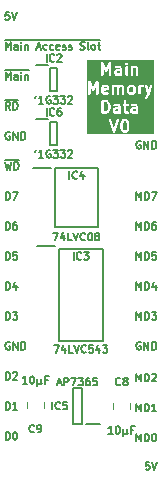
<source format=gto>
%TF.GenerationSoftware,KiCad,Pcbnew,9.0.2*%
%TF.CreationDate,2025-06-26T18:31:29+02:00*%
%TF.ProjectId,HCP65 Main Memory Data,48435036-3520-44d6-9169-6e204d656d6f,V0*%
%TF.SameCoordinates,Original*%
%TF.FileFunction,Legend,Top*%
%TF.FilePolarity,Positive*%
%FSLAX46Y46*%
G04 Gerber Fmt 4.6, Leading zero omitted, Abs format (unit mm)*
G04 Created by KiCad (PCBNEW 9.0.2) date 2025-06-26 18:31:29*
%MOMM*%
%LPD*%
G01*
G04 APERTURE LIST*
%ADD10C,0.150000*%
%ADD11C,0.200000*%
%ADD12C,0.120000*%
G04 APERTURE END LIST*
D10*
X1265874Y-25685963D02*
X1265874Y-25050963D01*
X1265874Y-25050963D02*
X1417064Y-25050963D01*
X1417064Y-25050963D02*
X1507779Y-25081201D01*
X1507779Y-25081201D02*
X1568255Y-25141677D01*
X1568255Y-25141677D02*
X1598493Y-25202153D01*
X1598493Y-25202153D02*
X1628731Y-25323105D01*
X1628731Y-25323105D02*
X1628731Y-25413820D01*
X1628731Y-25413820D02*
X1598493Y-25534772D01*
X1598493Y-25534772D02*
X1568255Y-25595248D01*
X1568255Y-25595248D02*
X1507779Y-25655725D01*
X1507779Y-25655725D02*
X1417064Y-25685963D01*
X1417064Y-25685963D02*
X1265874Y-25685963D01*
X1840398Y-25050963D02*
X2233493Y-25050963D01*
X2233493Y-25050963D02*
X2021826Y-25292867D01*
X2021826Y-25292867D02*
X2112541Y-25292867D01*
X2112541Y-25292867D02*
X2173017Y-25323105D01*
X2173017Y-25323105D02*
X2203255Y-25353344D01*
X2203255Y-25353344D02*
X2233493Y-25413820D01*
X2233493Y-25413820D02*
X2233493Y-25565010D01*
X2233493Y-25565010D02*
X2203255Y-25625486D01*
X2203255Y-25625486D02*
X2173017Y-25655725D01*
X2173017Y-25655725D02*
X2112541Y-25685963D01*
X2112541Y-25685963D02*
X1931112Y-25685963D01*
X1931112Y-25685963D02*
X1870636Y-25655725D01*
X1870636Y-25655725D02*
X1840398Y-25625486D01*
X12673887Y-27621201D02*
X12613411Y-27590963D01*
X12613411Y-27590963D02*
X12522697Y-27590963D01*
X12522697Y-27590963D02*
X12431982Y-27621201D01*
X12431982Y-27621201D02*
X12371506Y-27681677D01*
X12371506Y-27681677D02*
X12341268Y-27742153D01*
X12341268Y-27742153D02*
X12311030Y-27863105D01*
X12311030Y-27863105D02*
X12311030Y-27953820D01*
X12311030Y-27953820D02*
X12341268Y-28074772D01*
X12341268Y-28074772D02*
X12371506Y-28135248D01*
X12371506Y-28135248D02*
X12431982Y-28195725D01*
X12431982Y-28195725D02*
X12522697Y-28225963D01*
X12522697Y-28225963D02*
X12583173Y-28225963D01*
X12583173Y-28225963D02*
X12673887Y-28195725D01*
X12673887Y-28195725D02*
X12704125Y-28165486D01*
X12704125Y-28165486D02*
X12704125Y-27953820D01*
X12704125Y-27953820D02*
X12583173Y-27953820D01*
X12976268Y-28225963D02*
X12976268Y-27590963D01*
X12976268Y-27590963D02*
X13339125Y-28225963D01*
X13339125Y-28225963D02*
X13339125Y-27590963D01*
X13641506Y-28225963D02*
X13641506Y-27590963D01*
X13641506Y-27590963D02*
X13792696Y-27590963D01*
X13792696Y-27590963D02*
X13883411Y-27621201D01*
X13883411Y-27621201D02*
X13943887Y-27681677D01*
X13943887Y-27681677D02*
X13974125Y-27742153D01*
X13974125Y-27742153D02*
X14004363Y-27863105D01*
X14004363Y-27863105D02*
X14004363Y-27953820D01*
X14004363Y-27953820D02*
X13974125Y-28074772D01*
X13974125Y-28074772D02*
X13943887Y-28135248D01*
X13943887Y-28135248D02*
X13883411Y-28195725D01*
X13883411Y-28195725D02*
X13792696Y-28225963D01*
X13792696Y-28225963D02*
X13641506Y-28225963D01*
X1265874Y-5365963D02*
X1265874Y-4730963D01*
X1265874Y-4730963D02*
X1477541Y-5184534D01*
X1477541Y-5184534D02*
X1689207Y-4730963D01*
X1689207Y-4730963D02*
X1689207Y-5365963D01*
X2263731Y-5365963D02*
X2263731Y-5033344D01*
X2263731Y-5033344D02*
X2233493Y-4972867D01*
X2233493Y-4972867D02*
X2173017Y-4942629D01*
X2173017Y-4942629D02*
X2052064Y-4942629D01*
X2052064Y-4942629D02*
X1991588Y-4972867D01*
X2263731Y-5335725D02*
X2203255Y-5365963D01*
X2203255Y-5365963D02*
X2052064Y-5365963D01*
X2052064Y-5365963D02*
X1991588Y-5335725D01*
X1991588Y-5335725D02*
X1961350Y-5275248D01*
X1961350Y-5275248D02*
X1961350Y-5214772D01*
X1961350Y-5214772D02*
X1991588Y-5154296D01*
X1991588Y-5154296D02*
X2052064Y-5124058D01*
X2052064Y-5124058D02*
X2203255Y-5124058D01*
X2203255Y-5124058D02*
X2263731Y-5093820D01*
X2566112Y-5365963D02*
X2566112Y-4942629D01*
X2566112Y-4730963D02*
X2535874Y-4761201D01*
X2535874Y-4761201D02*
X2566112Y-4791439D01*
X2566112Y-4791439D02*
X2596350Y-4761201D01*
X2596350Y-4761201D02*
X2566112Y-4730963D01*
X2566112Y-4730963D02*
X2566112Y-4791439D01*
X2868493Y-4942629D02*
X2868493Y-5365963D01*
X2868493Y-5003105D02*
X2898731Y-4972867D01*
X2898731Y-4972867D02*
X2959207Y-4942629D01*
X2959207Y-4942629D02*
X3049922Y-4942629D01*
X3049922Y-4942629D02*
X3110398Y-4972867D01*
X3110398Y-4972867D02*
X3140636Y-5033344D01*
X3140636Y-5033344D02*
X3140636Y-5365963D01*
X1178184Y-4554675D02*
X3228327Y-4554675D01*
X1265874Y-18065963D02*
X1265874Y-17430963D01*
X1265874Y-17430963D02*
X1417064Y-17430963D01*
X1417064Y-17430963D02*
X1507779Y-17461201D01*
X1507779Y-17461201D02*
X1568255Y-17521677D01*
X1568255Y-17521677D02*
X1598493Y-17582153D01*
X1598493Y-17582153D02*
X1628731Y-17703105D01*
X1628731Y-17703105D02*
X1628731Y-17793820D01*
X1628731Y-17793820D02*
X1598493Y-17914772D01*
X1598493Y-17914772D02*
X1568255Y-17975248D01*
X1568255Y-17975248D02*
X1507779Y-18035725D01*
X1507779Y-18035725D02*
X1417064Y-18065963D01*
X1417064Y-18065963D02*
X1265874Y-18065963D01*
X2173017Y-17430963D02*
X2052064Y-17430963D01*
X2052064Y-17430963D02*
X1991588Y-17461201D01*
X1991588Y-17461201D02*
X1961350Y-17491439D01*
X1961350Y-17491439D02*
X1900874Y-17582153D01*
X1900874Y-17582153D02*
X1870636Y-17703105D01*
X1870636Y-17703105D02*
X1870636Y-17945010D01*
X1870636Y-17945010D02*
X1900874Y-18005486D01*
X1900874Y-18005486D02*
X1931112Y-18035725D01*
X1931112Y-18035725D02*
X1991588Y-18065963D01*
X1991588Y-18065963D02*
X2112541Y-18065963D01*
X2112541Y-18065963D02*
X2173017Y-18035725D01*
X2173017Y-18035725D02*
X2203255Y-18005486D01*
X2203255Y-18005486D02*
X2233493Y-17945010D01*
X2233493Y-17945010D02*
X2233493Y-17793820D01*
X2233493Y-17793820D02*
X2203255Y-17733344D01*
X2203255Y-17733344D02*
X2173017Y-17703105D01*
X2173017Y-17703105D02*
X2112541Y-17672867D01*
X2112541Y-17672867D02*
X1991588Y-17672867D01*
X1991588Y-17672867D02*
X1931112Y-17703105D01*
X1931112Y-17703105D02*
X1900874Y-17733344D01*
X1900874Y-17733344D02*
X1870636Y-17793820D01*
X12311030Y-33432963D02*
X12311030Y-32797963D01*
X12311030Y-32797963D02*
X12522697Y-33251534D01*
X12522697Y-33251534D02*
X12734363Y-32797963D01*
X12734363Y-32797963D02*
X12734363Y-33432963D01*
X13036744Y-33432963D02*
X13036744Y-32797963D01*
X13036744Y-32797963D02*
X13187934Y-32797963D01*
X13187934Y-32797963D02*
X13278649Y-32828201D01*
X13278649Y-32828201D02*
X13339125Y-32888677D01*
X13339125Y-32888677D02*
X13369363Y-32949153D01*
X13369363Y-32949153D02*
X13399601Y-33070105D01*
X13399601Y-33070105D02*
X13399601Y-33160820D01*
X13399601Y-33160820D02*
X13369363Y-33281772D01*
X13369363Y-33281772D02*
X13339125Y-33342248D01*
X13339125Y-33342248D02*
X13278649Y-33402725D01*
X13278649Y-33402725D02*
X13187934Y-33432963D01*
X13187934Y-33432963D02*
X13036744Y-33432963D01*
X14004363Y-33432963D02*
X13641506Y-33432963D01*
X13822934Y-33432963D02*
X13822934Y-32797963D01*
X13822934Y-32797963D02*
X13762458Y-32888677D01*
X13762458Y-32888677D02*
X13701982Y-32949153D01*
X13701982Y-32949153D02*
X13641506Y-32979391D01*
X1265874Y-30765963D02*
X1265874Y-30130963D01*
X1265874Y-30130963D02*
X1417064Y-30130963D01*
X1417064Y-30130963D02*
X1507779Y-30161201D01*
X1507779Y-30161201D02*
X1568255Y-30221677D01*
X1568255Y-30221677D02*
X1598493Y-30282153D01*
X1598493Y-30282153D02*
X1628731Y-30403105D01*
X1628731Y-30403105D02*
X1628731Y-30493820D01*
X1628731Y-30493820D02*
X1598493Y-30614772D01*
X1598493Y-30614772D02*
X1568255Y-30675248D01*
X1568255Y-30675248D02*
X1507779Y-30735725D01*
X1507779Y-30735725D02*
X1417064Y-30765963D01*
X1417064Y-30765963D02*
X1265874Y-30765963D01*
X1870636Y-30191439D02*
X1900874Y-30161201D01*
X1900874Y-30161201D02*
X1961350Y-30130963D01*
X1961350Y-30130963D02*
X2112541Y-30130963D01*
X2112541Y-30130963D02*
X2173017Y-30161201D01*
X2173017Y-30161201D02*
X2203255Y-30191439D01*
X2203255Y-30191439D02*
X2233493Y-30251915D01*
X2233493Y-30251915D02*
X2233493Y-30312391D01*
X2233493Y-30312391D02*
X2203255Y-30403105D01*
X2203255Y-30403105D02*
X1840398Y-30765963D01*
X1840398Y-30765963D02*
X2233493Y-30765963D01*
X13429839Y-37750963D02*
X13127458Y-37750963D01*
X13127458Y-37750963D02*
X13097220Y-38053344D01*
X13097220Y-38053344D02*
X13127458Y-38023105D01*
X13127458Y-38023105D02*
X13187934Y-37992867D01*
X13187934Y-37992867D02*
X13339125Y-37992867D01*
X13339125Y-37992867D02*
X13399601Y-38023105D01*
X13399601Y-38023105D02*
X13429839Y-38053344D01*
X13429839Y-38053344D02*
X13460077Y-38113820D01*
X13460077Y-38113820D02*
X13460077Y-38265010D01*
X13460077Y-38265010D02*
X13429839Y-38325486D01*
X13429839Y-38325486D02*
X13399601Y-38355725D01*
X13399601Y-38355725D02*
X13339125Y-38385963D01*
X13339125Y-38385963D02*
X13187934Y-38385963D01*
X13187934Y-38385963D02*
X13127458Y-38355725D01*
X13127458Y-38355725D02*
X13097220Y-38325486D01*
X13641506Y-37750963D02*
X13853172Y-38385963D01*
X13853172Y-38385963D02*
X14064839Y-37750963D01*
X12311030Y-25685963D02*
X12311030Y-25050963D01*
X12311030Y-25050963D02*
X12522697Y-25504534D01*
X12522697Y-25504534D02*
X12734363Y-25050963D01*
X12734363Y-25050963D02*
X12734363Y-25685963D01*
X13036744Y-25685963D02*
X13036744Y-25050963D01*
X13036744Y-25050963D02*
X13187934Y-25050963D01*
X13187934Y-25050963D02*
X13278649Y-25081201D01*
X13278649Y-25081201D02*
X13339125Y-25141677D01*
X13339125Y-25141677D02*
X13369363Y-25202153D01*
X13369363Y-25202153D02*
X13399601Y-25323105D01*
X13399601Y-25323105D02*
X13399601Y-25413820D01*
X13399601Y-25413820D02*
X13369363Y-25534772D01*
X13369363Y-25534772D02*
X13339125Y-25595248D01*
X13339125Y-25595248D02*
X13278649Y-25655725D01*
X13278649Y-25655725D02*
X13187934Y-25685963D01*
X13187934Y-25685963D02*
X13036744Y-25685963D01*
X13611268Y-25050963D02*
X14004363Y-25050963D01*
X14004363Y-25050963D02*
X13792696Y-25292867D01*
X13792696Y-25292867D02*
X13883411Y-25292867D01*
X13883411Y-25292867D02*
X13943887Y-25323105D01*
X13943887Y-25323105D02*
X13974125Y-25353344D01*
X13974125Y-25353344D02*
X14004363Y-25413820D01*
X14004363Y-25413820D02*
X14004363Y-25565010D01*
X14004363Y-25565010D02*
X13974125Y-25625486D01*
X13974125Y-25625486D02*
X13943887Y-25655725D01*
X13943887Y-25655725D02*
X13883411Y-25685963D01*
X13883411Y-25685963D02*
X13701982Y-25685963D01*
X13701982Y-25685963D02*
X13641506Y-25655725D01*
X13641506Y-25655725D02*
X13611268Y-25625486D01*
X1598493Y-27621201D02*
X1538017Y-27590963D01*
X1538017Y-27590963D02*
X1447303Y-27590963D01*
X1447303Y-27590963D02*
X1356588Y-27621201D01*
X1356588Y-27621201D02*
X1296112Y-27681677D01*
X1296112Y-27681677D02*
X1265874Y-27742153D01*
X1265874Y-27742153D02*
X1235636Y-27863105D01*
X1235636Y-27863105D02*
X1235636Y-27953820D01*
X1235636Y-27953820D02*
X1265874Y-28074772D01*
X1265874Y-28074772D02*
X1296112Y-28135248D01*
X1296112Y-28135248D02*
X1356588Y-28195725D01*
X1356588Y-28195725D02*
X1447303Y-28225963D01*
X1447303Y-28225963D02*
X1507779Y-28225963D01*
X1507779Y-28225963D02*
X1598493Y-28195725D01*
X1598493Y-28195725D02*
X1628731Y-28165486D01*
X1628731Y-28165486D02*
X1628731Y-27953820D01*
X1628731Y-27953820D02*
X1507779Y-27953820D01*
X1900874Y-28225963D02*
X1900874Y-27590963D01*
X1900874Y-27590963D02*
X2263731Y-28225963D01*
X2263731Y-28225963D02*
X2263731Y-27590963D01*
X2566112Y-28225963D02*
X2566112Y-27590963D01*
X2566112Y-27590963D02*
X2717302Y-27590963D01*
X2717302Y-27590963D02*
X2808017Y-27621201D01*
X2808017Y-27621201D02*
X2868493Y-27681677D01*
X2868493Y-27681677D02*
X2898731Y-27742153D01*
X2898731Y-27742153D02*
X2928969Y-27863105D01*
X2928969Y-27863105D02*
X2928969Y-27953820D01*
X2928969Y-27953820D02*
X2898731Y-28074772D01*
X2898731Y-28074772D02*
X2868493Y-28135248D01*
X2868493Y-28135248D02*
X2808017Y-28195725D01*
X2808017Y-28195725D02*
X2717302Y-28225963D01*
X2717302Y-28225963D02*
X2566112Y-28225963D01*
X1265874Y-15525963D02*
X1265874Y-14890963D01*
X1265874Y-14890963D02*
X1417064Y-14890963D01*
X1417064Y-14890963D02*
X1507779Y-14921201D01*
X1507779Y-14921201D02*
X1568255Y-14981677D01*
X1568255Y-14981677D02*
X1598493Y-15042153D01*
X1598493Y-15042153D02*
X1628731Y-15163105D01*
X1628731Y-15163105D02*
X1628731Y-15253820D01*
X1628731Y-15253820D02*
X1598493Y-15374772D01*
X1598493Y-15374772D02*
X1568255Y-15435248D01*
X1568255Y-15435248D02*
X1507779Y-15495725D01*
X1507779Y-15495725D02*
X1417064Y-15525963D01*
X1417064Y-15525963D02*
X1265874Y-15525963D01*
X1840398Y-14890963D02*
X2263731Y-14890963D01*
X2263731Y-14890963D02*
X1991588Y-15525963D01*
X12311030Y-23145963D02*
X12311030Y-22510963D01*
X12311030Y-22510963D02*
X12522697Y-22964534D01*
X12522697Y-22964534D02*
X12734363Y-22510963D01*
X12734363Y-22510963D02*
X12734363Y-23145963D01*
X13036744Y-23145963D02*
X13036744Y-22510963D01*
X13036744Y-22510963D02*
X13187934Y-22510963D01*
X13187934Y-22510963D02*
X13278649Y-22541201D01*
X13278649Y-22541201D02*
X13339125Y-22601677D01*
X13339125Y-22601677D02*
X13369363Y-22662153D01*
X13369363Y-22662153D02*
X13399601Y-22783105D01*
X13399601Y-22783105D02*
X13399601Y-22873820D01*
X13399601Y-22873820D02*
X13369363Y-22994772D01*
X13369363Y-22994772D02*
X13339125Y-23055248D01*
X13339125Y-23055248D02*
X13278649Y-23115725D01*
X13278649Y-23115725D02*
X13187934Y-23145963D01*
X13187934Y-23145963D02*
X13036744Y-23145963D01*
X13943887Y-22722629D02*
X13943887Y-23145963D01*
X13792696Y-22480725D02*
X13641506Y-22934296D01*
X13641506Y-22934296D02*
X14034601Y-22934296D01*
X12673887Y-10603201D02*
X12613411Y-10572963D01*
X12613411Y-10572963D02*
X12522697Y-10572963D01*
X12522697Y-10572963D02*
X12431982Y-10603201D01*
X12431982Y-10603201D02*
X12371506Y-10663677D01*
X12371506Y-10663677D02*
X12341268Y-10724153D01*
X12341268Y-10724153D02*
X12311030Y-10845105D01*
X12311030Y-10845105D02*
X12311030Y-10935820D01*
X12311030Y-10935820D02*
X12341268Y-11056772D01*
X12341268Y-11056772D02*
X12371506Y-11117248D01*
X12371506Y-11117248D02*
X12431982Y-11177725D01*
X12431982Y-11177725D02*
X12522697Y-11207963D01*
X12522697Y-11207963D02*
X12583173Y-11207963D01*
X12583173Y-11207963D02*
X12673887Y-11177725D01*
X12673887Y-11177725D02*
X12704125Y-11147486D01*
X12704125Y-11147486D02*
X12704125Y-10935820D01*
X12704125Y-10935820D02*
X12583173Y-10935820D01*
X12976268Y-11207963D02*
X12976268Y-10572963D01*
X12976268Y-10572963D02*
X13339125Y-11207963D01*
X13339125Y-11207963D02*
X13339125Y-10572963D01*
X13641506Y-11207963D02*
X13641506Y-10572963D01*
X13641506Y-10572963D02*
X13792696Y-10572963D01*
X13792696Y-10572963D02*
X13883411Y-10603201D01*
X13883411Y-10603201D02*
X13943887Y-10663677D01*
X13943887Y-10663677D02*
X13974125Y-10724153D01*
X13974125Y-10724153D02*
X14004363Y-10845105D01*
X14004363Y-10845105D02*
X14004363Y-10935820D01*
X14004363Y-10935820D02*
X13974125Y-11056772D01*
X13974125Y-11056772D02*
X13943887Y-11117248D01*
X13943887Y-11117248D02*
X13883411Y-11177725D01*
X13883411Y-11177725D02*
X13792696Y-11207963D01*
X13792696Y-11207963D02*
X13641506Y-11207963D01*
X1265874Y-33305963D02*
X1265874Y-32670963D01*
X1265874Y-32670963D02*
X1417064Y-32670963D01*
X1417064Y-32670963D02*
X1507779Y-32701201D01*
X1507779Y-32701201D02*
X1568255Y-32761677D01*
X1568255Y-32761677D02*
X1598493Y-32822153D01*
X1598493Y-32822153D02*
X1628731Y-32943105D01*
X1628731Y-32943105D02*
X1628731Y-33033820D01*
X1628731Y-33033820D02*
X1598493Y-33154772D01*
X1598493Y-33154772D02*
X1568255Y-33215248D01*
X1568255Y-33215248D02*
X1507779Y-33275725D01*
X1507779Y-33275725D02*
X1417064Y-33305963D01*
X1417064Y-33305963D02*
X1265874Y-33305963D01*
X2233493Y-33305963D02*
X1870636Y-33305963D01*
X2052064Y-33305963D02*
X2052064Y-32670963D01*
X2052064Y-32670963D02*
X1991588Y-32761677D01*
X1991588Y-32761677D02*
X1931112Y-32822153D01*
X1931112Y-32822153D02*
X1870636Y-32852391D01*
X1628731Y-7905963D02*
X1417064Y-7603582D01*
X1265874Y-7905963D02*
X1265874Y-7270963D01*
X1265874Y-7270963D02*
X1507779Y-7270963D01*
X1507779Y-7270963D02*
X1568255Y-7301201D01*
X1568255Y-7301201D02*
X1598493Y-7331439D01*
X1598493Y-7331439D02*
X1628731Y-7391915D01*
X1628731Y-7391915D02*
X1628731Y-7482629D01*
X1628731Y-7482629D02*
X1598493Y-7543105D01*
X1598493Y-7543105D02*
X1568255Y-7573344D01*
X1568255Y-7573344D02*
X1507779Y-7603582D01*
X1507779Y-7603582D02*
X1265874Y-7603582D01*
X1900874Y-7905963D02*
X1900874Y-7270963D01*
X1900874Y-7270963D02*
X2052064Y-7270963D01*
X2052064Y-7270963D02*
X2142779Y-7301201D01*
X2142779Y-7301201D02*
X2203255Y-7361677D01*
X2203255Y-7361677D02*
X2233493Y-7422153D01*
X2233493Y-7422153D02*
X2263731Y-7543105D01*
X2263731Y-7543105D02*
X2263731Y-7633820D01*
X2263731Y-7633820D02*
X2233493Y-7754772D01*
X2233493Y-7754772D02*
X2203255Y-7815248D01*
X2203255Y-7815248D02*
X2142779Y-7875725D01*
X2142779Y-7875725D02*
X2052064Y-7905963D01*
X2052064Y-7905963D02*
X1900874Y-7905963D01*
X1178184Y-7094675D02*
X2321184Y-7094675D01*
X1265874Y-20605963D02*
X1265874Y-19970963D01*
X1265874Y-19970963D02*
X1417064Y-19970963D01*
X1417064Y-19970963D02*
X1507779Y-20001201D01*
X1507779Y-20001201D02*
X1568255Y-20061677D01*
X1568255Y-20061677D02*
X1598493Y-20122153D01*
X1598493Y-20122153D02*
X1628731Y-20243105D01*
X1628731Y-20243105D02*
X1628731Y-20333820D01*
X1628731Y-20333820D02*
X1598493Y-20454772D01*
X1598493Y-20454772D02*
X1568255Y-20515248D01*
X1568255Y-20515248D02*
X1507779Y-20575725D01*
X1507779Y-20575725D02*
X1417064Y-20605963D01*
X1417064Y-20605963D02*
X1265874Y-20605963D01*
X2203255Y-19970963D02*
X1900874Y-19970963D01*
X1900874Y-19970963D02*
X1870636Y-20273344D01*
X1870636Y-20273344D02*
X1900874Y-20243105D01*
X1900874Y-20243105D02*
X1961350Y-20212867D01*
X1961350Y-20212867D02*
X2112541Y-20212867D01*
X2112541Y-20212867D02*
X2173017Y-20243105D01*
X2173017Y-20243105D02*
X2203255Y-20273344D01*
X2203255Y-20273344D02*
X2233493Y-20333820D01*
X2233493Y-20333820D02*
X2233493Y-20485010D01*
X2233493Y-20485010D02*
X2203255Y-20545486D01*
X2203255Y-20545486D02*
X2173017Y-20575725D01*
X2173017Y-20575725D02*
X2112541Y-20605963D01*
X2112541Y-20605963D02*
X1961350Y-20605963D01*
X1961350Y-20605963D02*
X1900874Y-20575725D01*
X1900874Y-20575725D02*
X1870636Y-20545486D01*
X1265874Y-35845963D02*
X1265874Y-35210963D01*
X1265874Y-35210963D02*
X1417064Y-35210963D01*
X1417064Y-35210963D02*
X1507779Y-35241201D01*
X1507779Y-35241201D02*
X1568255Y-35301677D01*
X1568255Y-35301677D02*
X1598493Y-35362153D01*
X1598493Y-35362153D02*
X1628731Y-35483105D01*
X1628731Y-35483105D02*
X1628731Y-35573820D01*
X1628731Y-35573820D02*
X1598493Y-35694772D01*
X1598493Y-35694772D02*
X1568255Y-35755248D01*
X1568255Y-35755248D02*
X1507779Y-35815725D01*
X1507779Y-35815725D02*
X1417064Y-35845963D01*
X1417064Y-35845963D02*
X1265874Y-35845963D01*
X2021826Y-35210963D02*
X2082303Y-35210963D01*
X2082303Y-35210963D02*
X2142779Y-35241201D01*
X2142779Y-35241201D02*
X2173017Y-35271439D01*
X2173017Y-35271439D02*
X2203255Y-35331915D01*
X2203255Y-35331915D02*
X2233493Y-35452867D01*
X2233493Y-35452867D02*
X2233493Y-35604058D01*
X2233493Y-35604058D02*
X2203255Y-35725010D01*
X2203255Y-35725010D02*
X2173017Y-35785486D01*
X2173017Y-35785486D02*
X2142779Y-35815725D01*
X2142779Y-35815725D02*
X2082303Y-35845963D01*
X2082303Y-35845963D02*
X2021826Y-35845963D01*
X2021826Y-35845963D02*
X1961350Y-35815725D01*
X1961350Y-35815725D02*
X1931112Y-35785486D01*
X1931112Y-35785486D02*
X1900874Y-35725010D01*
X1900874Y-35725010D02*
X1870636Y-35604058D01*
X1870636Y-35604058D02*
X1870636Y-35452867D01*
X1870636Y-35452867D02*
X1900874Y-35331915D01*
X1900874Y-35331915D02*
X1931112Y-35271439D01*
X1931112Y-35271439D02*
X1961350Y-35241201D01*
X1961350Y-35241201D02*
X2021826Y-35210963D01*
X1598493Y-9841201D02*
X1538017Y-9810963D01*
X1538017Y-9810963D02*
X1447303Y-9810963D01*
X1447303Y-9810963D02*
X1356588Y-9841201D01*
X1356588Y-9841201D02*
X1296112Y-9901677D01*
X1296112Y-9901677D02*
X1265874Y-9962153D01*
X1265874Y-9962153D02*
X1235636Y-10083105D01*
X1235636Y-10083105D02*
X1235636Y-10173820D01*
X1235636Y-10173820D02*
X1265874Y-10294772D01*
X1265874Y-10294772D02*
X1296112Y-10355248D01*
X1296112Y-10355248D02*
X1356588Y-10415725D01*
X1356588Y-10415725D02*
X1447303Y-10445963D01*
X1447303Y-10445963D02*
X1507779Y-10445963D01*
X1507779Y-10445963D02*
X1598493Y-10415725D01*
X1598493Y-10415725D02*
X1628731Y-10385486D01*
X1628731Y-10385486D02*
X1628731Y-10173820D01*
X1628731Y-10173820D02*
X1507779Y-10173820D01*
X1900874Y-10445963D02*
X1900874Y-9810963D01*
X1900874Y-9810963D02*
X2263731Y-10445963D01*
X2263731Y-10445963D02*
X2263731Y-9810963D01*
X2566112Y-10445963D02*
X2566112Y-9810963D01*
X2566112Y-9810963D02*
X2717302Y-9810963D01*
X2717302Y-9810963D02*
X2808017Y-9841201D01*
X2808017Y-9841201D02*
X2868493Y-9901677D01*
X2868493Y-9901677D02*
X2898731Y-9962153D01*
X2898731Y-9962153D02*
X2928969Y-10083105D01*
X2928969Y-10083105D02*
X2928969Y-10173820D01*
X2928969Y-10173820D02*
X2898731Y-10294772D01*
X2898731Y-10294772D02*
X2868493Y-10355248D01*
X2868493Y-10355248D02*
X2808017Y-10415725D01*
X2808017Y-10415725D02*
X2717302Y-10445963D01*
X2717302Y-10445963D02*
X2566112Y-10445963D01*
X1265874Y-23145963D02*
X1265874Y-22510963D01*
X1265874Y-22510963D02*
X1417064Y-22510963D01*
X1417064Y-22510963D02*
X1507779Y-22541201D01*
X1507779Y-22541201D02*
X1568255Y-22601677D01*
X1568255Y-22601677D02*
X1598493Y-22662153D01*
X1598493Y-22662153D02*
X1628731Y-22783105D01*
X1628731Y-22783105D02*
X1628731Y-22873820D01*
X1628731Y-22873820D02*
X1598493Y-22994772D01*
X1598493Y-22994772D02*
X1568255Y-23055248D01*
X1568255Y-23055248D02*
X1507779Y-23115725D01*
X1507779Y-23115725D02*
X1417064Y-23145963D01*
X1417064Y-23145963D02*
X1265874Y-23145963D01*
X2173017Y-22722629D02*
X2173017Y-23145963D01*
X2021826Y-22480725D02*
X1870636Y-22934296D01*
X1870636Y-22934296D02*
X2263731Y-22934296D01*
X12311030Y-15525963D02*
X12311030Y-14890963D01*
X12311030Y-14890963D02*
X12522697Y-15344534D01*
X12522697Y-15344534D02*
X12734363Y-14890963D01*
X12734363Y-14890963D02*
X12734363Y-15525963D01*
X13036744Y-15525963D02*
X13036744Y-14890963D01*
X13036744Y-14890963D02*
X13187934Y-14890963D01*
X13187934Y-14890963D02*
X13278649Y-14921201D01*
X13278649Y-14921201D02*
X13339125Y-14981677D01*
X13339125Y-14981677D02*
X13369363Y-15042153D01*
X13369363Y-15042153D02*
X13399601Y-15163105D01*
X13399601Y-15163105D02*
X13399601Y-15253820D01*
X13399601Y-15253820D02*
X13369363Y-15374772D01*
X13369363Y-15374772D02*
X13339125Y-15435248D01*
X13339125Y-15435248D02*
X13278649Y-15495725D01*
X13278649Y-15495725D02*
X13187934Y-15525963D01*
X13187934Y-15525963D02*
X13036744Y-15525963D01*
X13611268Y-14890963D02*
X14034601Y-14890963D01*
X14034601Y-14890963D02*
X13762458Y-15525963D01*
X1568255Y349036D02*
X1265874Y349036D01*
X1265874Y349036D02*
X1235636Y46655D01*
X1235636Y46655D02*
X1265874Y76894D01*
X1265874Y76894D02*
X1326350Y107132D01*
X1326350Y107132D02*
X1477541Y107132D01*
X1477541Y107132D02*
X1538017Y76894D01*
X1538017Y76894D02*
X1568255Y46655D01*
X1568255Y46655D02*
X1598493Y-13820D01*
X1598493Y-13820D02*
X1598493Y-165010D01*
X1598493Y-165010D02*
X1568255Y-225486D01*
X1568255Y-225486D02*
X1538017Y-255725D01*
X1538017Y-255725D02*
X1477541Y-285963D01*
X1477541Y-285963D02*
X1326350Y-285963D01*
X1326350Y-285963D02*
X1265874Y-255725D01*
X1265874Y-255725D02*
X1235636Y-225486D01*
X1779922Y349036D02*
X1991588Y-285963D01*
X1991588Y-285963D02*
X2203255Y349036D01*
X1205398Y-12350963D02*
X1356588Y-12985963D01*
X1356588Y-12985963D02*
X1477541Y-12532391D01*
X1477541Y-12532391D02*
X1598493Y-12985963D01*
X1598493Y-12985963D02*
X1749684Y-12350963D01*
X1991588Y-12985963D02*
X1991588Y-12350963D01*
X1991588Y-12350963D02*
X2142778Y-12350963D01*
X2142778Y-12350963D02*
X2233493Y-12381201D01*
X2233493Y-12381201D02*
X2293969Y-12441677D01*
X2293969Y-12441677D02*
X2324207Y-12502153D01*
X2324207Y-12502153D02*
X2354445Y-12623105D01*
X2354445Y-12623105D02*
X2354445Y-12713820D01*
X2354445Y-12713820D02*
X2324207Y-12834772D01*
X2324207Y-12834772D02*
X2293969Y-12895248D01*
X2293969Y-12895248D02*
X2233493Y-12955725D01*
X2233493Y-12955725D02*
X2142778Y-12985963D01*
X2142778Y-12985963D02*
X1991588Y-12985963D01*
X1178184Y-12174675D02*
X2411898Y-12174675D01*
X12311030Y-20605963D02*
X12311030Y-19970963D01*
X12311030Y-19970963D02*
X12522697Y-20424534D01*
X12522697Y-20424534D02*
X12734363Y-19970963D01*
X12734363Y-19970963D02*
X12734363Y-20605963D01*
X13036744Y-20605963D02*
X13036744Y-19970963D01*
X13036744Y-19970963D02*
X13187934Y-19970963D01*
X13187934Y-19970963D02*
X13278649Y-20001201D01*
X13278649Y-20001201D02*
X13339125Y-20061677D01*
X13339125Y-20061677D02*
X13369363Y-20122153D01*
X13369363Y-20122153D02*
X13399601Y-20243105D01*
X13399601Y-20243105D02*
X13399601Y-20333820D01*
X13399601Y-20333820D02*
X13369363Y-20454772D01*
X13369363Y-20454772D02*
X13339125Y-20515248D01*
X13339125Y-20515248D02*
X13278649Y-20575725D01*
X13278649Y-20575725D02*
X13187934Y-20605963D01*
X13187934Y-20605963D02*
X13036744Y-20605963D01*
X13974125Y-19970963D02*
X13671744Y-19970963D01*
X13671744Y-19970963D02*
X13641506Y-20273344D01*
X13641506Y-20273344D02*
X13671744Y-20243105D01*
X13671744Y-20243105D02*
X13732220Y-20212867D01*
X13732220Y-20212867D02*
X13883411Y-20212867D01*
X13883411Y-20212867D02*
X13943887Y-20243105D01*
X13943887Y-20243105D02*
X13974125Y-20273344D01*
X13974125Y-20273344D02*
X14004363Y-20333820D01*
X14004363Y-20333820D02*
X14004363Y-20485010D01*
X14004363Y-20485010D02*
X13974125Y-20545486D01*
X13974125Y-20545486D02*
X13943887Y-20575725D01*
X13943887Y-20575725D02*
X13883411Y-20605963D01*
X13883411Y-20605963D02*
X13732220Y-20605963D01*
X13732220Y-20605963D02*
X13671744Y-20575725D01*
X13671744Y-20575725D02*
X13641506Y-20545486D01*
D11*
G36*
X11434192Y-8903024D02*
G01*
X11458861Y-8927692D01*
X11494314Y-8998599D01*
X11536285Y-9166480D01*
X11536285Y-9379956D01*
X11494314Y-9547837D01*
X11458861Y-9618743D01*
X11434192Y-9643413D01*
X11374583Y-9673219D01*
X11326559Y-9673219D01*
X11266949Y-9643414D01*
X11242282Y-9618746D01*
X11206827Y-9547837D01*
X11164857Y-9379956D01*
X11164857Y-9166481D01*
X11206827Y-8998599D01*
X11242281Y-8927692D01*
X11266949Y-8903023D01*
X11326559Y-8873219D01*
X11374583Y-8873219D01*
X11434192Y-8903024D01*
G37*
G36*
X9796551Y-7298296D02*
G01*
X9863624Y-7365369D01*
X9899076Y-7436274D01*
X9941047Y-7604155D01*
X9941047Y-7722393D01*
X9899076Y-7890274D01*
X9863623Y-7961180D01*
X9796552Y-8028253D01*
X9691487Y-8063275D01*
X9569619Y-8063275D01*
X9569619Y-7263275D01*
X9691487Y-7263275D01*
X9796551Y-7298296D01*
G37*
G36*
X10798190Y-8053852D02*
G01*
X10779345Y-8063275D01*
X10588464Y-8063275D01*
X10544154Y-8041120D01*
X10522000Y-7996810D01*
X10522000Y-7948786D01*
X10544155Y-7904476D01*
X10588464Y-7882322D01*
X10798190Y-7882322D01*
X10798190Y-8053852D01*
G37*
G36*
X12274381Y-8053852D02*
G01*
X12255536Y-8063275D01*
X12064655Y-8063275D01*
X12020345Y-8041120D01*
X11998191Y-7996810D01*
X11998191Y-7948786D01*
X12020346Y-7904476D01*
X12064655Y-7882322D01*
X12274381Y-7882322D01*
X12274381Y-8053852D01*
G37*
G36*
X9799844Y-6008819D02*
G01*
X9817294Y-6043719D01*
X9545809Y-6098016D01*
X9545809Y-6053128D01*
X9567964Y-6008818D01*
X9612273Y-5986664D01*
X9755535Y-5986664D01*
X9799844Y-6008819D01*
G37*
G36*
X12005620Y-6016469D02*
G01*
X12030289Y-6041137D01*
X12060094Y-6100747D01*
X12060094Y-6339247D01*
X12030289Y-6398855D01*
X12005620Y-6423525D01*
X11946011Y-6453331D01*
X11850368Y-6453331D01*
X11790758Y-6423526D01*
X11766091Y-6398858D01*
X11736285Y-6339246D01*
X11736285Y-6100747D01*
X11766090Y-6041137D01*
X11790758Y-6016468D01*
X11850368Y-5986664D01*
X11946011Y-5986664D01*
X12005620Y-6016469D01*
G37*
G36*
X10917238Y-4833964D02*
G01*
X10898393Y-4843387D01*
X10707512Y-4843387D01*
X10663202Y-4821232D01*
X10641048Y-4776922D01*
X10641048Y-4728898D01*
X10663203Y-4684588D01*
X10707512Y-4662434D01*
X10917238Y-4662434D01*
X10917238Y-4833964D01*
G37*
G36*
X13798704Y-9984330D02*
G01*
X8139460Y-9984330D01*
X8139460Y-8785726D01*
X10013261Y-8785726D01*
X10017608Y-8804842D01*
X10350941Y-9804841D01*
X10358932Y-9822742D01*
X10363615Y-9828141D01*
X10366810Y-9834531D01*
X10376281Y-9842746D01*
X10384497Y-9852218D01*
X10390885Y-9855412D01*
X10396286Y-9860096D01*
X10408187Y-9864063D01*
X10419396Y-9869667D01*
X10426520Y-9870173D01*
X10433302Y-9872434D01*
X10445811Y-9871544D01*
X10458316Y-9872434D01*
X10465094Y-9870174D01*
X10472222Y-9869668D01*
X10483438Y-9864059D01*
X10495332Y-9860095D01*
X10500729Y-9855414D01*
X10507121Y-9852218D01*
X10515339Y-9842742D01*
X10524808Y-9834530D01*
X10528001Y-9828143D01*
X10532686Y-9822742D01*
X10540677Y-9804842D01*
X10757567Y-9154171D01*
X10964857Y-9154171D01*
X10964857Y-9392266D01*
X10965192Y-9395668D01*
X10964975Y-9397127D01*
X10966054Y-9404424D01*
X10966778Y-9411775D01*
X10967342Y-9413138D01*
X10967843Y-9416520D01*
X11015462Y-9606995D01*
X11015975Y-9608432D01*
X11016027Y-9609155D01*
X11019135Y-9617279D01*
X11022057Y-9625456D01*
X11022487Y-9626036D01*
X11023033Y-9627463D01*
X11070652Y-9722701D01*
X11075935Y-9731093D01*
X11076947Y-9733537D01*
X11079203Y-9736286D01*
X11081095Y-9739291D01*
X11083089Y-9741020D01*
X11089384Y-9748690D01*
X11137002Y-9796310D01*
X11144670Y-9802603D01*
X11146402Y-9804600D01*
X11149410Y-9806493D01*
X11152156Y-9808747D01*
X11154596Y-9809757D01*
X11162993Y-9815043D01*
X11258230Y-9862662D01*
X11276539Y-9869668D01*
X11280122Y-9869922D01*
X11283443Y-9871298D01*
X11302952Y-9873219D01*
X11398190Y-9873219D01*
X11417699Y-9871298D01*
X11421019Y-9869922D01*
X11424603Y-9869668D01*
X11442911Y-9862662D01*
X11538149Y-9815043D01*
X11546544Y-9809758D01*
X11548986Y-9808747D01*
X11551733Y-9806491D01*
X11554739Y-9804600D01*
X11556469Y-9802605D01*
X11564139Y-9796310D01*
X11611758Y-9748690D01*
X11618050Y-9741023D01*
X11620047Y-9739292D01*
X11621940Y-9736284D01*
X11624195Y-9733537D01*
X11625206Y-9731095D01*
X11630490Y-9722701D01*
X11678109Y-9627464D01*
X11678655Y-9626035D01*
X11679085Y-9625456D01*
X11682006Y-9617279D01*
X11685115Y-9609155D01*
X11685166Y-9608434D01*
X11685680Y-9606996D01*
X11733299Y-9416520D01*
X11733799Y-9413138D01*
X11734364Y-9411775D01*
X11735087Y-9404424D01*
X11736167Y-9397127D01*
X11735949Y-9395668D01*
X11736285Y-9392266D01*
X11736285Y-9154171D01*
X11735949Y-9150768D01*
X11736167Y-9149310D01*
X11735087Y-9142012D01*
X11734364Y-9134662D01*
X11733799Y-9133298D01*
X11733299Y-9129917D01*
X11685680Y-8939441D01*
X11685166Y-8938002D01*
X11685115Y-8937282D01*
X11682006Y-8929157D01*
X11679085Y-8920981D01*
X11678655Y-8920401D01*
X11678109Y-8918973D01*
X11630490Y-8823736D01*
X11625204Y-8815339D01*
X11624194Y-8812899D01*
X11621940Y-8810153D01*
X11620047Y-8807145D01*
X11618049Y-8805412D01*
X11611757Y-8797746D01*
X11564139Y-8750127D01*
X11556468Y-8743832D01*
X11554739Y-8741838D01*
X11551731Y-8739944D01*
X11548985Y-8737691D01*
X11546545Y-8736680D01*
X11538149Y-8731395D01*
X11442911Y-8683776D01*
X11424603Y-8676770D01*
X11421019Y-8676515D01*
X11417699Y-8675140D01*
X11398190Y-8673219D01*
X11302952Y-8673219D01*
X11283443Y-8675140D01*
X11280122Y-8676515D01*
X11276539Y-8676770D01*
X11258230Y-8683776D01*
X11162993Y-8731395D01*
X11154596Y-8736680D01*
X11152156Y-8737691D01*
X11149410Y-8739944D01*
X11146402Y-8741838D01*
X11144669Y-8743835D01*
X11137003Y-8750128D01*
X11089384Y-8797746D01*
X11083089Y-8805416D01*
X11081095Y-8807146D01*
X11079201Y-8810153D01*
X11076948Y-8812900D01*
X11075937Y-8815339D01*
X11070652Y-8823736D01*
X11023033Y-8918974D01*
X11022487Y-8920400D01*
X11022057Y-8920981D01*
X11019135Y-8929157D01*
X11016027Y-8937282D01*
X11015975Y-8938004D01*
X11015462Y-8939442D01*
X10967843Y-9129917D01*
X10967342Y-9133298D01*
X10966778Y-9134662D01*
X10966054Y-9142012D01*
X10964975Y-9149310D01*
X10965192Y-9150768D01*
X10964857Y-9154171D01*
X10757567Y-9154171D01*
X10874010Y-8804842D01*
X10878357Y-8785727D01*
X10875591Y-8746807D01*
X10858141Y-8711908D01*
X10828665Y-8686343D01*
X10791649Y-8674004D01*
X10752729Y-8676771D01*
X10717830Y-8694220D01*
X10692265Y-8723696D01*
X10684274Y-8741597D01*
X10445809Y-9456991D01*
X10207344Y-8741596D01*
X10199353Y-8723696D01*
X10173788Y-8694220D01*
X10138889Y-8676770D01*
X10099969Y-8674004D01*
X10062953Y-8686342D01*
X10033477Y-8711907D01*
X10016027Y-8746806D01*
X10013261Y-8785726D01*
X8139460Y-8785726D01*
X8139460Y-7163275D01*
X9369619Y-7163275D01*
X9369619Y-8163275D01*
X9371540Y-8182784D01*
X9386472Y-8218832D01*
X9414062Y-8246422D01*
X9450110Y-8261354D01*
X9469619Y-8263275D01*
X9707714Y-8263275D01*
X9717587Y-8262302D01*
X9720221Y-8262490D01*
X9723684Y-8261702D01*
X9727223Y-8261354D01*
X9729665Y-8260342D01*
X9739337Y-8258143D01*
X9882193Y-8210524D01*
X9900094Y-8202533D01*
X9902809Y-8200178D01*
X9906129Y-8198803D01*
X9921282Y-8186366D01*
X10016520Y-8091127D01*
X10022812Y-8083460D01*
X10024809Y-8081729D01*
X10026702Y-8078721D01*
X10028957Y-8075974D01*
X10029968Y-8073532D01*
X10035252Y-8065138D01*
X10082871Y-7969901D01*
X10083417Y-7968472D01*
X10083847Y-7967893D01*
X10086768Y-7959716D01*
X10089877Y-7951592D01*
X10089928Y-7950871D01*
X10090442Y-7949433D01*
X10096506Y-7925179D01*
X10322000Y-7925179D01*
X10322000Y-8020417D01*
X10323921Y-8039926D01*
X10325296Y-8043246D01*
X10325551Y-8046829D01*
X10332557Y-8065138D01*
X10380176Y-8160377D01*
X10382229Y-8163640D01*
X10382743Y-8165179D01*
X10384405Y-8167095D01*
X10390619Y-8176967D01*
X10400090Y-8185181D01*
X10408307Y-8194656D01*
X10418177Y-8200868D01*
X10420095Y-8202532D01*
X10421635Y-8203045D01*
X10424898Y-8205099D01*
X10520135Y-8252718D01*
X10538444Y-8259724D01*
X10542027Y-8259978D01*
X10545348Y-8261354D01*
X10564857Y-8263275D01*
X10802952Y-8263275D01*
X10822461Y-8261354D01*
X10825781Y-8259978D01*
X10829365Y-8259724D01*
X10847673Y-8252718D01*
X10852276Y-8250416D01*
X10878681Y-8261354D01*
X10917699Y-8261354D01*
X10953747Y-8246422D01*
X10981337Y-8218832D01*
X10996269Y-8182784D01*
X10998190Y-8163275D01*
X10998190Y-7639465D01*
X10996269Y-7619956D01*
X10994893Y-7616635D01*
X10994639Y-7613052D01*
X10987633Y-7594743D01*
X10940014Y-7499506D01*
X10937959Y-7496242D01*
X10937447Y-7494704D01*
X10935785Y-7492788D01*
X10929571Y-7482915D01*
X10922865Y-7477099D01*
X11133445Y-7477099D01*
X11133445Y-7516117D01*
X11148377Y-7552165D01*
X11175967Y-7579755D01*
X11212015Y-7594687D01*
X11231524Y-7596608D01*
X11274381Y-7596608D01*
X11274381Y-8020417D01*
X11276302Y-8039926D01*
X11277677Y-8043246D01*
X11277932Y-8046829D01*
X11284938Y-8065138D01*
X11332557Y-8160377D01*
X11334610Y-8163640D01*
X11335124Y-8165179D01*
X11336786Y-8167095D01*
X11343000Y-8176967D01*
X11352471Y-8185181D01*
X11360688Y-8194656D01*
X11370558Y-8200868D01*
X11372476Y-8202532D01*
X11374016Y-8203045D01*
X11377279Y-8205099D01*
X11472516Y-8252718D01*
X11490825Y-8259724D01*
X11494408Y-8259978D01*
X11497729Y-8261354D01*
X11517238Y-8263275D01*
X11612476Y-8263275D01*
X11631985Y-8261354D01*
X11668033Y-8246422D01*
X11695623Y-8218832D01*
X11710555Y-8182784D01*
X11710555Y-8143766D01*
X11695623Y-8107718D01*
X11668033Y-8080128D01*
X11631985Y-8065196D01*
X11612476Y-8063275D01*
X11540845Y-8063275D01*
X11496535Y-8041120D01*
X11474381Y-7996810D01*
X11474381Y-7925179D01*
X11798191Y-7925179D01*
X11798191Y-8020417D01*
X11800112Y-8039926D01*
X11801487Y-8043246D01*
X11801742Y-8046829D01*
X11808748Y-8065138D01*
X11856367Y-8160377D01*
X11858420Y-8163640D01*
X11858934Y-8165179D01*
X11860596Y-8167095D01*
X11866810Y-8176967D01*
X11876281Y-8185181D01*
X11884498Y-8194656D01*
X11894368Y-8200868D01*
X11896286Y-8202532D01*
X11897826Y-8203045D01*
X11901089Y-8205099D01*
X11996326Y-8252718D01*
X12014635Y-8259724D01*
X12018218Y-8259978D01*
X12021539Y-8261354D01*
X12041048Y-8263275D01*
X12279143Y-8263275D01*
X12298652Y-8261354D01*
X12301972Y-8259978D01*
X12305556Y-8259724D01*
X12323864Y-8252718D01*
X12328467Y-8250416D01*
X12354872Y-8261354D01*
X12393890Y-8261354D01*
X12429938Y-8246422D01*
X12457528Y-8218832D01*
X12472460Y-8182784D01*
X12474381Y-8163275D01*
X12474381Y-7639465D01*
X12472460Y-7619956D01*
X12471084Y-7616635D01*
X12470830Y-7613052D01*
X12463824Y-7594743D01*
X12416205Y-7499506D01*
X12414150Y-7496242D01*
X12413638Y-7494704D01*
X12411976Y-7492788D01*
X12405762Y-7482915D01*
X12396286Y-7474697D01*
X12388073Y-7465227D01*
X12378201Y-7459013D01*
X12376285Y-7457351D01*
X12374746Y-7456837D01*
X12371483Y-7454784D01*
X12276245Y-7407165D01*
X12257937Y-7400159D01*
X12254353Y-7399904D01*
X12251033Y-7398529D01*
X12231524Y-7396608D01*
X12041048Y-7396608D01*
X12021539Y-7398529D01*
X12018218Y-7399904D01*
X12014635Y-7400159D01*
X11996326Y-7407165D01*
X11901089Y-7454784D01*
X11884498Y-7465227D01*
X11858934Y-7494704D01*
X11846595Y-7531720D01*
X11849361Y-7570640D01*
X11866810Y-7605539D01*
X11896287Y-7631103D01*
X11933303Y-7643442D01*
X11972223Y-7640676D01*
X11990531Y-7633670D01*
X12064655Y-7596608D01*
X12207917Y-7596608D01*
X12252226Y-7618763D01*
X12274381Y-7663072D01*
X12274381Y-7672899D01*
X12255536Y-7682322D01*
X12041048Y-7682322D01*
X12021539Y-7684243D01*
X12018218Y-7685618D01*
X12014635Y-7685873D01*
X11996326Y-7692879D01*
X11901089Y-7740498D01*
X11897825Y-7742552D01*
X11896287Y-7743065D01*
X11894371Y-7744726D01*
X11884498Y-7750941D01*
X11876280Y-7760416D01*
X11866810Y-7768630D01*
X11860596Y-7778501D01*
X11858934Y-7780418D01*
X11858420Y-7781956D01*
X11856367Y-7785220D01*
X11808748Y-7880458D01*
X11801742Y-7898766D01*
X11801487Y-7902349D01*
X11800112Y-7905670D01*
X11798191Y-7925179D01*
X11474381Y-7925179D01*
X11474381Y-7596608D01*
X11612476Y-7596608D01*
X11631985Y-7594687D01*
X11668033Y-7579755D01*
X11695623Y-7552165D01*
X11710555Y-7516117D01*
X11710555Y-7477099D01*
X11695623Y-7441051D01*
X11668033Y-7413461D01*
X11631985Y-7398529D01*
X11612476Y-7396608D01*
X11474381Y-7396608D01*
X11474381Y-7163275D01*
X11472460Y-7143766D01*
X11457528Y-7107718D01*
X11429938Y-7080128D01*
X11393890Y-7065196D01*
X11354872Y-7065196D01*
X11318824Y-7080128D01*
X11291234Y-7107718D01*
X11276302Y-7143766D01*
X11274381Y-7163275D01*
X11274381Y-7396608D01*
X11231524Y-7396608D01*
X11212015Y-7398529D01*
X11175967Y-7413461D01*
X11148377Y-7441051D01*
X11133445Y-7477099D01*
X10922865Y-7477099D01*
X10920095Y-7474697D01*
X10911882Y-7465227D01*
X10902010Y-7459013D01*
X10900094Y-7457351D01*
X10898555Y-7456837D01*
X10895292Y-7454784D01*
X10800054Y-7407165D01*
X10781746Y-7400159D01*
X10778162Y-7399904D01*
X10774842Y-7398529D01*
X10755333Y-7396608D01*
X10564857Y-7396608D01*
X10545348Y-7398529D01*
X10542027Y-7399904D01*
X10538444Y-7400159D01*
X10520135Y-7407165D01*
X10424898Y-7454784D01*
X10408307Y-7465227D01*
X10382743Y-7494704D01*
X10370404Y-7531720D01*
X10373170Y-7570640D01*
X10390619Y-7605539D01*
X10420096Y-7631103D01*
X10457112Y-7643442D01*
X10496032Y-7640676D01*
X10514340Y-7633670D01*
X10588464Y-7596608D01*
X10731726Y-7596608D01*
X10776035Y-7618763D01*
X10798190Y-7663072D01*
X10798190Y-7672899D01*
X10779345Y-7682322D01*
X10564857Y-7682322D01*
X10545348Y-7684243D01*
X10542027Y-7685618D01*
X10538444Y-7685873D01*
X10520135Y-7692879D01*
X10424898Y-7740498D01*
X10421634Y-7742552D01*
X10420096Y-7743065D01*
X10418180Y-7744726D01*
X10408307Y-7750941D01*
X10400089Y-7760416D01*
X10390619Y-7768630D01*
X10384405Y-7778501D01*
X10382743Y-7780418D01*
X10382229Y-7781956D01*
X10380176Y-7785220D01*
X10332557Y-7880458D01*
X10325551Y-7898766D01*
X10325296Y-7902349D01*
X10323921Y-7905670D01*
X10322000Y-7925179D01*
X10096506Y-7925179D01*
X10138061Y-7758957D01*
X10138561Y-7755575D01*
X10139126Y-7754212D01*
X10139849Y-7746861D01*
X10140929Y-7739564D01*
X10140711Y-7738105D01*
X10141047Y-7734703D01*
X10141047Y-7591846D01*
X10140711Y-7588443D01*
X10140929Y-7586985D01*
X10139849Y-7579687D01*
X10139126Y-7572337D01*
X10138561Y-7570973D01*
X10138061Y-7567592D01*
X10090442Y-7377116D01*
X10089928Y-7375677D01*
X10089877Y-7374957D01*
X10086768Y-7366832D01*
X10083847Y-7358656D01*
X10083417Y-7358076D01*
X10082871Y-7356648D01*
X10035252Y-7261411D01*
X10029965Y-7253012D01*
X10028956Y-7250575D01*
X10026704Y-7247831D01*
X10024809Y-7244820D01*
X10022811Y-7243087D01*
X10016520Y-7235421D01*
X9921282Y-7140183D01*
X9906128Y-7127747D01*
X9902809Y-7126372D01*
X9900094Y-7124017D01*
X9882193Y-7116026D01*
X9739337Y-7068407D01*
X9729665Y-7066207D01*
X9727223Y-7065196D01*
X9723684Y-7064847D01*
X9720221Y-7064060D01*
X9717587Y-7064247D01*
X9707714Y-7063275D01*
X9469619Y-7063275D01*
X9450110Y-7065196D01*
X9414062Y-7080128D01*
X9386472Y-7107718D01*
X9371540Y-7143766D01*
X9369619Y-7163275D01*
X8139460Y-7163275D01*
X8139460Y-6874157D01*
X13013261Y-6874157D01*
X13016027Y-6913077D01*
X13033476Y-6947976D01*
X13062953Y-6973540D01*
X13099969Y-6985879D01*
X13138889Y-6983113D01*
X13157197Y-6976107D01*
X13252435Y-6928488D01*
X13260831Y-6923202D01*
X13263271Y-6922192D01*
X13266017Y-6919938D01*
X13269025Y-6918045D01*
X13270754Y-6916050D01*
X13278425Y-6909756D01*
X13326043Y-6862137D01*
X13338480Y-6846984D01*
X13338717Y-6846409D01*
X13339152Y-6845965D01*
X13348181Y-6828565D01*
X13443419Y-6590470D01*
X13443943Y-6588663D01*
X13444745Y-6586965D01*
X13682840Y-5920298D01*
X13687593Y-5901279D01*
X13685655Y-5862309D01*
X13668952Y-5827047D01*
X13640026Y-5800861D01*
X13603281Y-5787738D01*
X13564311Y-5789675D01*
X13529049Y-5806379D01*
X13502862Y-5835304D01*
X13494492Y-5853031D01*
X13350571Y-6256009D01*
X13206650Y-5853030D01*
X13198280Y-5835304D01*
X13172093Y-5806378D01*
X13136831Y-5789675D01*
X13097861Y-5787737D01*
X13061116Y-5800860D01*
X13032190Y-5827047D01*
X13015487Y-5862309D01*
X13013549Y-5901279D01*
X13018302Y-5920298D01*
X13243669Y-6551326D01*
X13170107Y-6735229D01*
X13148478Y-6756858D01*
X13067755Y-6797221D01*
X13051164Y-6807664D01*
X13025600Y-6837141D01*
X13013261Y-6874157D01*
X8139460Y-6874157D01*
X8139460Y-5553331D01*
X8250571Y-5553331D01*
X8250571Y-6553331D01*
X8252492Y-6572840D01*
X8267424Y-6608888D01*
X8295014Y-6636478D01*
X8331062Y-6651410D01*
X8370080Y-6651410D01*
X8406128Y-6636478D01*
X8433718Y-6608888D01*
X8448650Y-6572840D01*
X8450571Y-6553331D01*
X8450571Y-6004087D01*
X8593286Y-6309905D01*
X8597518Y-6317050D01*
X8598398Y-6319468D01*
X8599963Y-6321177D01*
X8603277Y-6326771D01*
X8614487Y-6337037D01*
X8624749Y-6348243D01*
X8628774Y-6350121D01*
X8632052Y-6353123D01*
X8646334Y-6358316D01*
X8660107Y-6364744D01*
X8664546Y-6364939D01*
X8668721Y-6366457D01*
X8683904Y-6365789D01*
X8699087Y-6366457D01*
X8703260Y-6364939D01*
X8707702Y-6364744D01*
X8721486Y-6358311D01*
X8735756Y-6353122D01*
X8739029Y-6350124D01*
X8743059Y-6348244D01*
X8753328Y-6337029D01*
X8764531Y-6326771D01*
X8767842Y-6321180D01*
X8769411Y-6319468D01*
X8770291Y-6317046D01*
X8774522Y-6309905D01*
X8917237Y-6004086D01*
X8917237Y-6553331D01*
X8919158Y-6572840D01*
X8934090Y-6608888D01*
X8961680Y-6636478D01*
X8997728Y-6651410D01*
X9036746Y-6651410D01*
X9072794Y-6636478D01*
X9100384Y-6608888D01*
X9115316Y-6572840D01*
X9117237Y-6553331D01*
X9117237Y-6029521D01*
X9345809Y-6029521D01*
X9345809Y-6410473D01*
X9347730Y-6429982D01*
X9349105Y-6433302D01*
X9349360Y-6436885D01*
X9356366Y-6455194D01*
X9403985Y-6550433D01*
X9406038Y-6553696D01*
X9406552Y-6555235D01*
X9408214Y-6557151D01*
X9414428Y-6567023D01*
X9423899Y-6575237D01*
X9432116Y-6584712D01*
X9441986Y-6590924D01*
X9443904Y-6592588D01*
X9445444Y-6593101D01*
X9448707Y-6595155D01*
X9543944Y-6642774D01*
X9562253Y-6649780D01*
X9565836Y-6650034D01*
X9569157Y-6651410D01*
X9588666Y-6653331D01*
X9779142Y-6653331D01*
X9798651Y-6651410D01*
X9801971Y-6650034D01*
X9805555Y-6649780D01*
X9823863Y-6642774D01*
X9919101Y-6595155D01*
X9935691Y-6584712D01*
X9961256Y-6555235D01*
X9973594Y-6518219D01*
X9970829Y-6479299D01*
X9953380Y-6444401D01*
X9923903Y-6418836D01*
X9886887Y-6406497D01*
X9847967Y-6409263D01*
X9829658Y-6416269D01*
X9755535Y-6453331D01*
X9612273Y-6453331D01*
X9567963Y-6431176D01*
X9545809Y-6386866D01*
X9545809Y-6301977D01*
X9941505Y-6222838D01*
X9941508Y-6222838D01*
X9941510Y-6222836D01*
X9941610Y-6222817D01*
X9960364Y-6217107D01*
X9968504Y-6211655D01*
X9977556Y-6207906D01*
X9984557Y-6200904D01*
X9992783Y-6195396D01*
X9998217Y-6187244D01*
X10005146Y-6180316D01*
X10008935Y-6171168D01*
X10014427Y-6162931D01*
X10016328Y-6153320D01*
X10020078Y-6144268D01*
X10021999Y-6124759D01*
X10021999Y-6029521D01*
X10020078Y-6010012D01*
X10018702Y-6006691D01*
X10018448Y-6003108D01*
X10011442Y-5984799D01*
X9963823Y-5889562D01*
X9961998Y-5886664D01*
X10250571Y-5886664D01*
X10250571Y-6553331D01*
X10252492Y-6572840D01*
X10267424Y-6608888D01*
X10295014Y-6636478D01*
X10331062Y-6651410D01*
X10370080Y-6651410D01*
X10406128Y-6636478D01*
X10433718Y-6608888D01*
X10448650Y-6572840D01*
X10450571Y-6553331D01*
X10450571Y-6023323D01*
X10457425Y-6016468D01*
X10517035Y-5986664D01*
X10612678Y-5986664D01*
X10656987Y-6008819D01*
X10679142Y-6053128D01*
X10679142Y-6553331D01*
X10681063Y-6572840D01*
X10695995Y-6608888D01*
X10723585Y-6636478D01*
X10759633Y-6651410D01*
X10798651Y-6651410D01*
X10834699Y-6636478D01*
X10862289Y-6608888D01*
X10877221Y-6572840D01*
X10879142Y-6553331D01*
X10879142Y-6053128D01*
X10901297Y-6008818D01*
X10945606Y-5986664D01*
X11041249Y-5986664D01*
X11085559Y-6008818D01*
X11107714Y-6053128D01*
X11107714Y-6553331D01*
X11109635Y-6572840D01*
X11124567Y-6608888D01*
X11152157Y-6636478D01*
X11188205Y-6651410D01*
X11227223Y-6651410D01*
X11263271Y-6636478D01*
X11290861Y-6608888D01*
X11305793Y-6572840D01*
X11307714Y-6553331D01*
X11307714Y-6077140D01*
X11536285Y-6077140D01*
X11536285Y-6362854D01*
X11538206Y-6382363D01*
X11539581Y-6385683D01*
X11539836Y-6389267D01*
X11546842Y-6407575D01*
X11594461Y-6502813D01*
X11599744Y-6511205D01*
X11600756Y-6513649D01*
X11603012Y-6516398D01*
X11604904Y-6519403D01*
X11606898Y-6521132D01*
X11613193Y-6528802D01*
X11660811Y-6576422D01*
X11668479Y-6582715D01*
X11670211Y-6584712D01*
X11673219Y-6586605D01*
X11675965Y-6588859D01*
X11678405Y-6589869D01*
X11686802Y-6595155D01*
X11782039Y-6642774D01*
X11800348Y-6649780D01*
X11803931Y-6650034D01*
X11807252Y-6651410D01*
X11826761Y-6653331D01*
X11969618Y-6653331D01*
X11989127Y-6651410D01*
X11992447Y-6650034D01*
X11996031Y-6649780D01*
X12014339Y-6642774D01*
X12109577Y-6595155D01*
X12117972Y-6589870D01*
X12120414Y-6588859D01*
X12123161Y-6586603D01*
X12126167Y-6584712D01*
X12127897Y-6582717D01*
X12135567Y-6576422D01*
X12183186Y-6528802D01*
X12189478Y-6521135D01*
X12191475Y-6519404D01*
X12193368Y-6516396D01*
X12195623Y-6513649D01*
X12196634Y-6511207D01*
X12201918Y-6502813D01*
X12249537Y-6407576D01*
X12256543Y-6389267D01*
X12256797Y-6385683D01*
X12258173Y-6382363D01*
X12260094Y-6362854D01*
X12260094Y-6077140D01*
X12258173Y-6057631D01*
X12256797Y-6054310D01*
X12256543Y-6050727D01*
X12249537Y-6032418D01*
X12201918Y-5937181D01*
X12196632Y-5928784D01*
X12195622Y-5926344D01*
X12193368Y-5923598D01*
X12191475Y-5920590D01*
X12189477Y-5918857D01*
X12183185Y-5911191D01*
X12158659Y-5886664D01*
X12488666Y-5886664D01*
X12488666Y-6553331D01*
X12490587Y-6572840D01*
X12505519Y-6608888D01*
X12533109Y-6636478D01*
X12569157Y-6651410D01*
X12608175Y-6651410D01*
X12644223Y-6636478D01*
X12671813Y-6608888D01*
X12686745Y-6572840D01*
X12688666Y-6553331D01*
X12688666Y-6100747D01*
X12718471Y-6041137D01*
X12743139Y-6016468D01*
X12802749Y-5986664D01*
X12874380Y-5986664D01*
X12893889Y-5984743D01*
X12929937Y-5969811D01*
X12957527Y-5942221D01*
X12972459Y-5906173D01*
X12972459Y-5867155D01*
X12957527Y-5831107D01*
X12929937Y-5803517D01*
X12893889Y-5788585D01*
X12874380Y-5786664D01*
X12779142Y-5786664D01*
X12759633Y-5788585D01*
X12756312Y-5789960D01*
X12752729Y-5790215D01*
X12734420Y-5797221D01*
X12670091Y-5829385D01*
X12644223Y-5803517D01*
X12608175Y-5788585D01*
X12569157Y-5788585D01*
X12533109Y-5803517D01*
X12505519Y-5831107D01*
X12490587Y-5867155D01*
X12488666Y-5886664D01*
X12158659Y-5886664D01*
X12135567Y-5863572D01*
X12127896Y-5857277D01*
X12126167Y-5855283D01*
X12123159Y-5853389D01*
X12120413Y-5851136D01*
X12117973Y-5850125D01*
X12109577Y-5844840D01*
X12014339Y-5797221D01*
X11996031Y-5790215D01*
X11992447Y-5789960D01*
X11989127Y-5788585D01*
X11969618Y-5786664D01*
X11826761Y-5786664D01*
X11807252Y-5788585D01*
X11803931Y-5789960D01*
X11800348Y-5790215D01*
X11782039Y-5797221D01*
X11686802Y-5844840D01*
X11678405Y-5850125D01*
X11675965Y-5851136D01*
X11673219Y-5853389D01*
X11670211Y-5855283D01*
X11668478Y-5857280D01*
X11660812Y-5863573D01*
X11613193Y-5911191D01*
X11606898Y-5918861D01*
X11604904Y-5920591D01*
X11603010Y-5923598D01*
X11600757Y-5926345D01*
X11599746Y-5928784D01*
X11594461Y-5937181D01*
X11546842Y-6032419D01*
X11539836Y-6050727D01*
X11539581Y-6054310D01*
X11538206Y-6057631D01*
X11536285Y-6077140D01*
X11307714Y-6077140D01*
X11307714Y-6029521D01*
X11305793Y-6010012D01*
X11304417Y-6006691D01*
X11304163Y-6003108D01*
X11297157Y-5984799D01*
X11249538Y-5889562D01*
X11247484Y-5886299D01*
X11246971Y-5884759D01*
X11245307Y-5882841D01*
X11239095Y-5872971D01*
X11229620Y-5864754D01*
X11221406Y-5855283D01*
X11211534Y-5849069D01*
X11209618Y-5847407D01*
X11208079Y-5846893D01*
X11204816Y-5844840D01*
X11109577Y-5797221D01*
X11091268Y-5790215D01*
X11087685Y-5789960D01*
X11084365Y-5788585D01*
X11064856Y-5786664D01*
X10921999Y-5786664D01*
X10902490Y-5788585D01*
X10899169Y-5789960D01*
X10895586Y-5790215D01*
X10877277Y-5797221D01*
X10782040Y-5844840D01*
X10779141Y-5846664D01*
X10776244Y-5844840D01*
X10681006Y-5797221D01*
X10662698Y-5790215D01*
X10659114Y-5789960D01*
X10655794Y-5788585D01*
X10636285Y-5786664D01*
X10493428Y-5786664D01*
X10473919Y-5788585D01*
X10470598Y-5789960D01*
X10467015Y-5790215D01*
X10448706Y-5797221D01*
X10416123Y-5813512D01*
X10406128Y-5803517D01*
X10370080Y-5788585D01*
X10331062Y-5788585D01*
X10295014Y-5803517D01*
X10267424Y-5831107D01*
X10252492Y-5867155D01*
X10250571Y-5886664D01*
X9961998Y-5886664D01*
X9961768Y-5886298D01*
X9961256Y-5884760D01*
X9959594Y-5882844D01*
X9953380Y-5872971D01*
X9943904Y-5864753D01*
X9935691Y-5855283D01*
X9925819Y-5849069D01*
X9923903Y-5847407D01*
X9922364Y-5846893D01*
X9919101Y-5844840D01*
X9823863Y-5797221D01*
X9805555Y-5790215D01*
X9801971Y-5789960D01*
X9798651Y-5788585D01*
X9779142Y-5786664D01*
X9588666Y-5786664D01*
X9569157Y-5788585D01*
X9565836Y-5789960D01*
X9562253Y-5790215D01*
X9543944Y-5797221D01*
X9448707Y-5844840D01*
X9445443Y-5846894D01*
X9443905Y-5847407D01*
X9441989Y-5849068D01*
X9432116Y-5855283D01*
X9423898Y-5864758D01*
X9414428Y-5872972D01*
X9408214Y-5882843D01*
X9406552Y-5884760D01*
X9406038Y-5886298D01*
X9403985Y-5889562D01*
X9356366Y-5984800D01*
X9349360Y-6003108D01*
X9349105Y-6006691D01*
X9347730Y-6010012D01*
X9345809Y-6029521D01*
X9117237Y-6029521D01*
X9117237Y-5553331D01*
X9115974Y-5540507D01*
X9116078Y-5538148D01*
X9115617Y-5536880D01*
X9115316Y-5533822D01*
X9108675Y-5517791D01*
X9102744Y-5501479D01*
X9101237Y-5499833D01*
X9100384Y-5497774D01*
X9088122Y-5485512D01*
X9076392Y-5472703D01*
X9074368Y-5471758D01*
X9072794Y-5470184D01*
X9056778Y-5463549D01*
X9041035Y-5456203D01*
X9038805Y-5456105D01*
X9036746Y-5455252D01*
X9019394Y-5455252D01*
X9002054Y-5454490D01*
X8999958Y-5455252D01*
X8997728Y-5455252D01*
X8981697Y-5461892D01*
X8965385Y-5467824D01*
X8963739Y-5469330D01*
X8961680Y-5470184D01*
X8949412Y-5482451D01*
X8936610Y-5494176D01*
X8935043Y-5496820D01*
X8934090Y-5497774D01*
X8933186Y-5499955D01*
X8926619Y-5511042D01*
X8683903Y-6031145D01*
X8441189Y-5511042D01*
X8434621Y-5499955D01*
X8433718Y-5497774D01*
X8432764Y-5496820D01*
X8431198Y-5494176D01*
X8418401Y-5482457D01*
X8406128Y-5470184D01*
X8404066Y-5469330D01*
X8402423Y-5467825D01*
X8386121Y-5461896D01*
X8370080Y-5455252D01*
X8367849Y-5455252D01*
X8365754Y-5454490D01*
X8348414Y-5455252D01*
X8331062Y-5455252D01*
X8329002Y-5456105D01*
X8326774Y-5456203D01*
X8311043Y-5463544D01*
X8295014Y-5470184D01*
X8293437Y-5471760D01*
X8291416Y-5472704D01*
X8279697Y-5485500D01*
X8267424Y-5497774D01*
X8266570Y-5499835D01*
X8265065Y-5501479D01*
X8259136Y-5517780D01*
X8252492Y-5533822D01*
X8252190Y-5536880D01*
X8251730Y-5538148D01*
X8251833Y-5540507D01*
X8250571Y-5553331D01*
X8139460Y-5553331D01*
X8139460Y-3943387D01*
X9345810Y-3943387D01*
X9345810Y-4943387D01*
X9347731Y-4962896D01*
X9362663Y-4998944D01*
X9390253Y-5026534D01*
X9426301Y-5041466D01*
X9465319Y-5041466D01*
X9501367Y-5026534D01*
X9528957Y-4998944D01*
X9543889Y-4962896D01*
X9545810Y-4943387D01*
X9545810Y-4394143D01*
X9688525Y-4699961D01*
X9692757Y-4707106D01*
X9693637Y-4709524D01*
X9695202Y-4711233D01*
X9698516Y-4716827D01*
X9709726Y-4727093D01*
X9719988Y-4738299D01*
X9724013Y-4740177D01*
X9727291Y-4743179D01*
X9741573Y-4748372D01*
X9755346Y-4754800D01*
X9759785Y-4754995D01*
X9763960Y-4756513D01*
X9779143Y-4755845D01*
X9794326Y-4756513D01*
X9798499Y-4754995D01*
X9802941Y-4754800D01*
X9816725Y-4748367D01*
X9830995Y-4743178D01*
X9834268Y-4740180D01*
X9838298Y-4738300D01*
X9848567Y-4727085D01*
X9859770Y-4716827D01*
X9863081Y-4711236D01*
X9864650Y-4709524D01*
X9865530Y-4707102D01*
X9869761Y-4699961D01*
X10012476Y-4394142D01*
X10012476Y-4943387D01*
X10014397Y-4962896D01*
X10029329Y-4998944D01*
X10056919Y-5026534D01*
X10092967Y-5041466D01*
X10131985Y-5041466D01*
X10168033Y-5026534D01*
X10195623Y-4998944D01*
X10210555Y-4962896D01*
X10212476Y-4943387D01*
X10212476Y-4705291D01*
X10441048Y-4705291D01*
X10441048Y-4800529D01*
X10442969Y-4820038D01*
X10444344Y-4823358D01*
X10444599Y-4826941D01*
X10451605Y-4845250D01*
X10499224Y-4940489D01*
X10501277Y-4943752D01*
X10501791Y-4945291D01*
X10503453Y-4947207D01*
X10509667Y-4957079D01*
X10519138Y-4965293D01*
X10527355Y-4974768D01*
X10537225Y-4980980D01*
X10539143Y-4982644D01*
X10540683Y-4983157D01*
X10543946Y-4985211D01*
X10639183Y-5032830D01*
X10657492Y-5039836D01*
X10661075Y-5040090D01*
X10664396Y-5041466D01*
X10683905Y-5043387D01*
X10922000Y-5043387D01*
X10941509Y-5041466D01*
X10944829Y-5040090D01*
X10948413Y-5039836D01*
X10966721Y-5032830D01*
X10971324Y-5030528D01*
X10997729Y-5041466D01*
X11036747Y-5041466D01*
X11072795Y-5026534D01*
X11100385Y-4998944D01*
X11115317Y-4962896D01*
X11117238Y-4943387D01*
X11117238Y-4419577D01*
X11115317Y-4400068D01*
X11113941Y-4396747D01*
X11113687Y-4393164D01*
X11106681Y-4374855D01*
X11059062Y-4279618D01*
X11057237Y-4276720D01*
X11393429Y-4276720D01*
X11393429Y-4943387D01*
X11395350Y-4962896D01*
X11410282Y-4998944D01*
X11437872Y-5026534D01*
X11473920Y-5041466D01*
X11512938Y-5041466D01*
X11548986Y-5026534D01*
X11576576Y-4998944D01*
X11591508Y-4962896D01*
X11593429Y-4943387D01*
X11593429Y-4276720D01*
X11869619Y-4276720D01*
X11869619Y-4943387D01*
X11871540Y-4962896D01*
X11886472Y-4998944D01*
X11914062Y-5026534D01*
X11950110Y-5041466D01*
X11989128Y-5041466D01*
X12025176Y-5026534D01*
X12052766Y-4998944D01*
X12067698Y-4962896D01*
X12069619Y-4943387D01*
X12069619Y-4413379D01*
X12076473Y-4406524D01*
X12136083Y-4376720D01*
X12231726Y-4376720D01*
X12276035Y-4398875D01*
X12298190Y-4443184D01*
X12298190Y-4943387D01*
X12300111Y-4962896D01*
X12315043Y-4998944D01*
X12342633Y-5026534D01*
X12378681Y-5041466D01*
X12417699Y-5041466D01*
X12453747Y-5026534D01*
X12481337Y-4998944D01*
X12496269Y-4962896D01*
X12498190Y-4943387D01*
X12498190Y-4419577D01*
X12496269Y-4400068D01*
X12494893Y-4396747D01*
X12494639Y-4393164D01*
X12487633Y-4374855D01*
X12440014Y-4279618D01*
X12437959Y-4276354D01*
X12437447Y-4274816D01*
X12435785Y-4272900D01*
X12429571Y-4263027D01*
X12420095Y-4254809D01*
X12411882Y-4245339D01*
X12402010Y-4239125D01*
X12400094Y-4237463D01*
X12398555Y-4236949D01*
X12395292Y-4234896D01*
X12300054Y-4187277D01*
X12281746Y-4180271D01*
X12278162Y-4180016D01*
X12274842Y-4178641D01*
X12255333Y-4176720D01*
X12112476Y-4176720D01*
X12092967Y-4178641D01*
X12089646Y-4180016D01*
X12086063Y-4180271D01*
X12067754Y-4187277D01*
X12035171Y-4203568D01*
X12025176Y-4193573D01*
X11989128Y-4178641D01*
X11950110Y-4178641D01*
X11914062Y-4193573D01*
X11886472Y-4221163D01*
X11871540Y-4257211D01*
X11869619Y-4276720D01*
X11593429Y-4276720D01*
X11591508Y-4257211D01*
X11576576Y-4221163D01*
X11548986Y-4193573D01*
X11512938Y-4178641D01*
X11473920Y-4178641D01*
X11437872Y-4193573D01*
X11410282Y-4221163D01*
X11395350Y-4257211D01*
X11393429Y-4276720D01*
X11057237Y-4276720D01*
X11057007Y-4276354D01*
X11056495Y-4274816D01*
X11054833Y-4272900D01*
X11048619Y-4263027D01*
X11039143Y-4254809D01*
X11030930Y-4245339D01*
X11021058Y-4239125D01*
X11019142Y-4237463D01*
X11017603Y-4236949D01*
X11014340Y-4234896D01*
X10919102Y-4187277D01*
X10900794Y-4180271D01*
X10897210Y-4180016D01*
X10893890Y-4178641D01*
X10874381Y-4176720D01*
X10683905Y-4176720D01*
X10664396Y-4178641D01*
X10661075Y-4180016D01*
X10657492Y-4180271D01*
X10639183Y-4187277D01*
X10543946Y-4234896D01*
X10527355Y-4245339D01*
X10501791Y-4274816D01*
X10489452Y-4311832D01*
X10492218Y-4350752D01*
X10509667Y-4385651D01*
X10539144Y-4411215D01*
X10576160Y-4423554D01*
X10615080Y-4420788D01*
X10633388Y-4413782D01*
X10707512Y-4376720D01*
X10850774Y-4376720D01*
X10895083Y-4398875D01*
X10917238Y-4443184D01*
X10917238Y-4453011D01*
X10898393Y-4462434D01*
X10683905Y-4462434D01*
X10664396Y-4464355D01*
X10661075Y-4465730D01*
X10657492Y-4465985D01*
X10639183Y-4472991D01*
X10543946Y-4520610D01*
X10540682Y-4522664D01*
X10539144Y-4523177D01*
X10537228Y-4524838D01*
X10527355Y-4531053D01*
X10519137Y-4540528D01*
X10509667Y-4548742D01*
X10503453Y-4558613D01*
X10501791Y-4560530D01*
X10501277Y-4562068D01*
X10499224Y-4565332D01*
X10451605Y-4660570D01*
X10444599Y-4678878D01*
X10444344Y-4682461D01*
X10442969Y-4685782D01*
X10441048Y-4705291D01*
X10212476Y-4705291D01*
X10212476Y-3971497D01*
X11347731Y-3971497D01*
X11347731Y-4010515D01*
X11362663Y-4046563D01*
X11375099Y-4061717D01*
X11422718Y-4109335D01*
X11437871Y-4121772D01*
X11448429Y-4126145D01*
X11473920Y-4136704D01*
X11512938Y-4136704D01*
X11548986Y-4121772D01*
X11564140Y-4109336D01*
X11611758Y-4061717D01*
X11624195Y-4046564D01*
X11639126Y-4010515D01*
X11639126Y-3971497D01*
X11637340Y-3967184D01*
X11624195Y-3935448D01*
X11611758Y-3920295D01*
X11564140Y-3872676D01*
X11548986Y-3860240D01*
X11512938Y-3845308D01*
X11473920Y-3845308D01*
X11448429Y-3855866D01*
X11437871Y-3860240D01*
X11422718Y-3872677D01*
X11375099Y-3920295D01*
X11362664Y-3935448D01*
X11362663Y-3935449D01*
X11347731Y-3971497D01*
X10212476Y-3971497D01*
X10212476Y-3943387D01*
X10211213Y-3930563D01*
X10211317Y-3928204D01*
X10210856Y-3926936D01*
X10210555Y-3923878D01*
X10203914Y-3907847D01*
X10197983Y-3891535D01*
X10196476Y-3889889D01*
X10195623Y-3887830D01*
X10183361Y-3875568D01*
X10171631Y-3862759D01*
X10169607Y-3861814D01*
X10168033Y-3860240D01*
X10152017Y-3853605D01*
X10136274Y-3846259D01*
X10134044Y-3846161D01*
X10131985Y-3845308D01*
X10114633Y-3845308D01*
X10097293Y-3844546D01*
X10095197Y-3845308D01*
X10092967Y-3845308D01*
X10076936Y-3851948D01*
X10060624Y-3857880D01*
X10058978Y-3859386D01*
X10056919Y-3860240D01*
X10044651Y-3872507D01*
X10031849Y-3884232D01*
X10030282Y-3886876D01*
X10029329Y-3887830D01*
X10028425Y-3890011D01*
X10021858Y-3901098D01*
X9779142Y-4421201D01*
X9536428Y-3901098D01*
X9529860Y-3890011D01*
X9528957Y-3887830D01*
X9528003Y-3886876D01*
X9526437Y-3884232D01*
X9513640Y-3872513D01*
X9501367Y-3860240D01*
X9499305Y-3859386D01*
X9497662Y-3857881D01*
X9481360Y-3851952D01*
X9465319Y-3845308D01*
X9463088Y-3845308D01*
X9460993Y-3844546D01*
X9443653Y-3845308D01*
X9426301Y-3845308D01*
X9424241Y-3846161D01*
X9422013Y-3846259D01*
X9406282Y-3853600D01*
X9390253Y-3860240D01*
X9388676Y-3861816D01*
X9386655Y-3862760D01*
X9374936Y-3875556D01*
X9362663Y-3887830D01*
X9361809Y-3889891D01*
X9360304Y-3891535D01*
X9354375Y-3907836D01*
X9347731Y-3923878D01*
X9347429Y-3926936D01*
X9346969Y-3928204D01*
X9347072Y-3930563D01*
X9345810Y-3943387D01*
X8139460Y-3943387D01*
X8139460Y-3733435D01*
X13798704Y-3733435D01*
X13798704Y-9984330D01*
G37*
D10*
X1265874Y-2825963D02*
X1265874Y-2190963D01*
X1265874Y-2190963D02*
X1477541Y-2644534D01*
X1477541Y-2644534D02*
X1689207Y-2190963D01*
X1689207Y-2190963D02*
X1689207Y-2825963D01*
X2263731Y-2825963D02*
X2263731Y-2493344D01*
X2263731Y-2493344D02*
X2233493Y-2432867D01*
X2233493Y-2432867D02*
X2173017Y-2402629D01*
X2173017Y-2402629D02*
X2052064Y-2402629D01*
X2052064Y-2402629D02*
X1991588Y-2432867D01*
X2263731Y-2795725D02*
X2203255Y-2825963D01*
X2203255Y-2825963D02*
X2052064Y-2825963D01*
X2052064Y-2825963D02*
X1991588Y-2795725D01*
X1991588Y-2795725D02*
X1961350Y-2735248D01*
X1961350Y-2735248D02*
X1961350Y-2674772D01*
X1961350Y-2674772D02*
X1991588Y-2614296D01*
X1991588Y-2614296D02*
X2052064Y-2584058D01*
X2052064Y-2584058D02*
X2203255Y-2584058D01*
X2203255Y-2584058D02*
X2263731Y-2553820D01*
X2566112Y-2825963D02*
X2566112Y-2402629D01*
X2566112Y-2190963D02*
X2535874Y-2221201D01*
X2535874Y-2221201D02*
X2566112Y-2251439D01*
X2566112Y-2251439D02*
X2596350Y-2221201D01*
X2596350Y-2221201D02*
X2566112Y-2190963D01*
X2566112Y-2190963D02*
X2566112Y-2251439D01*
X2868493Y-2402629D02*
X2868493Y-2825963D01*
X2868493Y-2463105D02*
X2898731Y-2432867D01*
X2898731Y-2432867D02*
X2959207Y-2402629D01*
X2959207Y-2402629D02*
X3049922Y-2402629D01*
X3049922Y-2402629D02*
X3110398Y-2432867D01*
X3110398Y-2432867D02*
X3140636Y-2493344D01*
X3140636Y-2493344D02*
X3140636Y-2825963D01*
X3896589Y-2644534D02*
X4198970Y-2644534D01*
X3836113Y-2825963D02*
X4047779Y-2190963D01*
X4047779Y-2190963D02*
X4259446Y-2825963D01*
X4743256Y-2795725D02*
X4682780Y-2825963D01*
X4682780Y-2825963D02*
X4561827Y-2825963D01*
X4561827Y-2825963D02*
X4501351Y-2795725D01*
X4501351Y-2795725D02*
X4471113Y-2765486D01*
X4471113Y-2765486D02*
X4440875Y-2705010D01*
X4440875Y-2705010D02*
X4440875Y-2523582D01*
X4440875Y-2523582D02*
X4471113Y-2463105D01*
X4471113Y-2463105D02*
X4501351Y-2432867D01*
X4501351Y-2432867D02*
X4561827Y-2402629D01*
X4561827Y-2402629D02*
X4682780Y-2402629D01*
X4682780Y-2402629D02*
X4743256Y-2432867D01*
X5287542Y-2795725D02*
X5227066Y-2825963D01*
X5227066Y-2825963D02*
X5106113Y-2825963D01*
X5106113Y-2825963D02*
X5045637Y-2795725D01*
X5045637Y-2795725D02*
X5015399Y-2765486D01*
X5015399Y-2765486D02*
X4985161Y-2705010D01*
X4985161Y-2705010D02*
X4985161Y-2523582D01*
X4985161Y-2523582D02*
X5015399Y-2463105D01*
X5015399Y-2463105D02*
X5045637Y-2432867D01*
X5045637Y-2432867D02*
X5106113Y-2402629D01*
X5106113Y-2402629D02*
X5227066Y-2402629D01*
X5227066Y-2402629D02*
X5287542Y-2432867D01*
X5801590Y-2795725D02*
X5741114Y-2825963D01*
X5741114Y-2825963D02*
X5620161Y-2825963D01*
X5620161Y-2825963D02*
X5559685Y-2795725D01*
X5559685Y-2795725D02*
X5529447Y-2735248D01*
X5529447Y-2735248D02*
X5529447Y-2493344D01*
X5529447Y-2493344D02*
X5559685Y-2432867D01*
X5559685Y-2432867D02*
X5620161Y-2402629D01*
X5620161Y-2402629D02*
X5741114Y-2402629D01*
X5741114Y-2402629D02*
X5801590Y-2432867D01*
X5801590Y-2432867D02*
X5831828Y-2493344D01*
X5831828Y-2493344D02*
X5831828Y-2553820D01*
X5831828Y-2553820D02*
X5529447Y-2614296D01*
X6073733Y-2795725D02*
X6134209Y-2825963D01*
X6134209Y-2825963D02*
X6255161Y-2825963D01*
X6255161Y-2825963D02*
X6315638Y-2795725D01*
X6315638Y-2795725D02*
X6345876Y-2735248D01*
X6345876Y-2735248D02*
X6345876Y-2705010D01*
X6345876Y-2705010D02*
X6315638Y-2644534D01*
X6315638Y-2644534D02*
X6255161Y-2614296D01*
X6255161Y-2614296D02*
X6164447Y-2614296D01*
X6164447Y-2614296D02*
X6103971Y-2584058D01*
X6103971Y-2584058D02*
X6073733Y-2523582D01*
X6073733Y-2523582D02*
X6073733Y-2493344D01*
X6073733Y-2493344D02*
X6103971Y-2432867D01*
X6103971Y-2432867D02*
X6164447Y-2402629D01*
X6164447Y-2402629D02*
X6255161Y-2402629D01*
X6255161Y-2402629D02*
X6315638Y-2432867D01*
X6587781Y-2795725D02*
X6648257Y-2825963D01*
X6648257Y-2825963D02*
X6769209Y-2825963D01*
X6769209Y-2825963D02*
X6829686Y-2795725D01*
X6829686Y-2795725D02*
X6859924Y-2735248D01*
X6859924Y-2735248D02*
X6859924Y-2705010D01*
X6859924Y-2705010D02*
X6829686Y-2644534D01*
X6829686Y-2644534D02*
X6769209Y-2614296D01*
X6769209Y-2614296D02*
X6678495Y-2614296D01*
X6678495Y-2614296D02*
X6618019Y-2584058D01*
X6618019Y-2584058D02*
X6587781Y-2523582D01*
X6587781Y-2523582D02*
X6587781Y-2493344D01*
X6587781Y-2493344D02*
X6618019Y-2432867D01*
X6618019Y-2432867D02*
X6678495Y-2402629D01*
X6678495Y-2402629D02*
X6769209Y-2402629D01*
X6769209Y-2402629D02*
X6829686Y-2432867D01*
X7585639Y-2795725D02*
X7676353Y-2825963D01*
X7676353Y-2825963D02*
X7827544Y-2825963D01*
X7827544Y-2825963D02*
X7888020Y-2795725D01*
X7888020Y-2795725D02*
X7918258Y-2765486D01*
X7918258Y-2765486D02*
X7948496Y-2705010D01*
X7948496Y-2705010D02*
X7948496Y-2644534D01*
X7948496Y-2644534D02*
X7918258Y-2584058D01*
X7918258Y-2584058D02*
X7888020Y-2553820D01*
X7888020Y-2553820D02*
X7827544Y-2523582D01*
X7827544Y-2523582D02*
X7706591Y-2493344D01*
X7706591Y-2493344D02*
X7646115Y-2463105D01*
X7646115Y-2463105D02*
X7615877Y-2432867D01*
X7615877Y-2432867D02*
X7585639Y-2372391D01*
X7585639Y-2372391D02*
X7585639Y-2311915D01*
X7585639Y-2311915D02*
X7615877Y-2251439D01*
X7615877Y-2251439D02*
X7646115Y-2221201D01*
X7646115Y-2221201D02*
X7706591Y-2190963D01*
X7706591Y-2190963D02*
X7857782Y-2190963D01*
X7857782Y-2190963D02*
X7948496Y-2221201D01*
X8311353Y-2825963D02*
X8250877Y-2795725D01*
X8250877Y-2795725D02*
X8220639Y-2735248D01*
X8220639Y-2735248D02*
X8220639Y-2190963D01*
X8643972Y-2825963D02*
X8583496Y-2795725D01*
X8583496Y-2795725D02*
X8553258Y-2765486D01*
X8553258Y-2765486D02*
X8523020Y-2705010D01*
X8523020Y-2705010D02*
X8523020Y-2523582D01*
X8523020Y-2523582D02*
X8553258Y-2463105D01*
X8553258Y-2463105D02*
X8583496Y-2432867D01*
X8583496Y-2432867D02*
X8643972Y-2402629D01*
X8643972Y-2402629D02*
X8734687Y-2402629D01*
X8734687Y-2402629D02*
X8795163Y-2432867D01*
X8795163Y-2432867D02*
X8825401Y-2463105D01*
X8825401Y-2463105D02*
X8855639Y-2523582D01*
X8855639Y-2523582D02*
X8855639Y-2705010D01*
X8855639Y-2705010D02*
X8825401Y-2765486D01*
X8825401Y-2765486D02*
X8795163Y-2795725D01*
X8795163Y-2795725D02*
X8734687Y-2825963D01*
X8734687Y-2825963D02*
X8643972Y-2825963D01*
X9037068Y-2402629D02*
X9278972Y-2402629D01*
X9127782Y-2190963D02*
X9127782Y-2735248D01*
X9127782Y-2735248D02*
X9158020Y-2795725D01*
X9158020Y-2795725D02*
X9218496Y-2825963D01*
X9218496Y-2825963D02*
X9278972Y-2825963D01*
X1178184Y-2014675D02*
X9275949Y-2014675D01*
X12311030Y-18065963D02*
X12311030Y-17430963D01*
X12311030Y-17430963D02*
X12522697Y-17884534D01*
X12522697Y-17884534D02*
X12734363Y-17430963D01*
X12734363Y-17430963D02*
X12734363Y-18065963D01*
X13036744Y-18065963D02*
X13036744Y-17430963D01*
X13036744Y-17430963D02*
X13187934Y-17430963D01*
X13187934Y-17430963D02*
X13278649Y-17461201D01*
X13278649Y-17461201D02*
X13339125Y-17521677D01*
X13339125Y-17521677D02*
X13369363Y-17582153D01*
X13369363Y-17582153D02*
X13399601Y-17703105D01*
X13399601Y-17703105D02*
X13399601Y-17793820D01*
X13399601Y-17793820D02*
X13369363Y-17914772D01*
X13369363Y-17914772D02*
X13339125Y-17975248D01*
X13339125Y-17975248D02*
X13278649Y-18035725D01*
X13278649Y-18035725D02*
X13187934Y-18065963D01*
X13187934Y-18065963D02*
X13036744Y-18065963D01*
X13943887Y-17430963D02*
X13822934Y-17430963D01*
X13822934Y-17430963D02*
X13762458Y-17461201D01*
X13762458Y-17461201D02*
X13732220Y-17491439D01*
X13732220Y-17491439D02*
X13671744Y-17582153D01*
X13671744Y-17582153D02*
X13641506Y-17703105D01*
X13641506Y-17703105D02*
X13641506Y-17945010D01*
X13641506Y-17945010D02*
X13671744Y-18005486D01*
X13671744Y-18005486D02*
X13701982Y-18035725D01*
X13701982Y-18035725D02*
X13762458Y-18065963D01*
X13762458Y-18065963D02*
X13883411Y-18065963D01*
X13883411Y-18065963D02*
X13943887Y-18035725D01*
X13943887Y-18035725D02*
X13974125Y-18005486D01*
X13974125Y-18005486D02*
X14004363Y-17945010D01*
X14004363Y-17945010D02*
X14004363Y-17793820D01*
X14004363Y-17793820D02*
X13974125Y-17733344D01*
X13974125Y-17733344D02*
X13943887Y-17703105D01*
X13943887Y-17703105D02*
X13883411Y-17672867D01*
X13883411Y-17672867D02*
X13762458Y-17672867D01*
X13762458Y-17672867D02*
X13701982Y-17703105D01*
X13701982Y-17703105D02*
X13671744Y-17733344D01*
X13671744Y-17733344D02*
X13641506Y-17793820D01*
X12311030Y-30892963D02*
X12311030Y-30257963D01*
X12311030Y-30257963D02*
X12522697Y-30711534D01*
X12522697Y-30711534D02*
X12734363Y-30257963D01*
X12734363Y-30257963D02*
X12734363Y-30892963D01*
X13036744Y-30892963D02*
X13036744Y-30257963D01*
X13036744Y-30257963D02*
X13187934Y-30257963D01*
X13187934Y-30257963D02*
X13278649Y-30288201D01*
X13278649Y-30288201D02*
X13339125Y-30348677D01*
X13339125Y-30348677D02*
X13369363Y-30409153D01*
X13369363Y-30409153D02*
X13399601Y-30530105D01*
X13399601Y-30530105D02*
X13399601Y-30620820D01*
X13399601Y-30620820D02*
X13369363Y-30741772D01*
X13369363Y-30741772D02*
X13339125Y-30802248D01*
X13339125Y-30802248D02*
X13278649Y-30862725D01*
X13278649Y-30862725D02*
X13187934Y-30892963D01*
X13187934Y-30892963D02*
X13036744Y-30892963D01*
X13641506Y-30318439D02*
X13671744Y-30288201D01*
X13671744Y-30288201D02*
X13732220Y-30257963D01*
X13732220Y-30257963D02*
X13883411Y-30257963D01*
X13883411Y-30257963D02*
X13943887Y-30288201D01*
X13943887Y-30288201D02*
X13974125Y-30318439D01*
X13974125Y-30318439D02*
X14004363Y-30378915D01*
X14004363Y-30378915D02*
X14004363Y-30439391D01*
X14004363Y-30439391D02*
X13974125Y-30530105D01*
X13974125Y-30530105D02*
X13611268Y-30892963D01*
X13611268Y-30892963D02*
X14004363Y-30892963D01*
X12311030Y-35972963D02*
X12311030Y-35337963D01*
X12311030Y-35337963D02*
X12522697Y-35791534D01*
X12522697Y-35791534D02*
X12734363Y-35337963D01*
X12734363Y-35337963D02*
X12734363Y-35972963D01*
X13036744Y-35972963D02*
X13036744Y-35337963D01*
X13036744Y-35337963D02*
X13187934Y-35337963D01*
X13187934Y-35337963D02*
X13278649Y-35368201D01*
X13278649Y-35368201D02*
X13339125Y-35428677D01*
X13339125Y-35428677D02*
X13369363Y-35489153D01*
X13369363Y-35489153D02*
X13399601Y-35610105D01*
X13399601Y-35610105D02*
X13399601Y-35700820D01*
X13399601Y-35700820D02*
X13369363Y-35821772D01*
X13369363Y-35821772D02*
X13339125Y-35882248D01*
X13339125Y-35882248D02*
X13278649Y-35942725D01*
X13278649Y-35942725D02*
X13187934Y-35972963D01*
X13187934Y-35972963D02*
X13036744Y-35972963D01*
X13792696Y-35337963D02*
X13853173Y-35337963D01*
X13853173Y-35337963D02*
X13913649Y-35368201D01*
X13913649Y-35368201D02*
X13943887Y-35398439D01*
X13943887Y-35398439D02*
X13974125Y-35458915D01*
X13974125Y-35458915D02*
X14004363Y-35579867D01*
X14004363Y-35579867D02*
X14004363Y-35731058D01*
X14004363Y-35731058D02*
X13974125Y-35852010D01*
X13974125Y-35852010D02*
X13943887Y-35912486D01*
X13943887Y-35912486D02*
X13913649Y-35942725D01*
X13913649Y-35942725D02*
X13853173Y-35972963D01*
X13853173Y-35972963D02*
X13792696Y-35972963D01*
X13792696Y-35972963D02*
X13732220Y-35942725D01*
X13732220Y-35942725D02*
X13701982Y-35912486D01*
X13701982Y-35912486D02*
X13671744Y-35852010D01*
X13671744Y-35852010D02*
X13641506Y-35731058D01*
X13641506Y-35731058D02*
X13641506Y-35579867D01*
X13641506Y-35579867D02*
X13671744Y-35458915D01*
X13671744Y-35458915D02*
X13701982Y-35398439D01*
X13701982Y-35398439D02*
X13732220Y-35368201D01*
X13732220Y-35368201D02*
X13792696Y-35337963D01*
X6636119Y-13762963D02*
X6636119Y-13127963D01*
X7301357Y-13702486D02*
X7271119Y-13732725D01*
X7271119Y-13732725D02*
X7180405Y-13762963D01*
X7180405Y-13762963D02*
X7119929Y-13762963D01*
X7119929Y-13762963D02*
X7029214Y-13732725D01*
X7029214Y-13732725D02*
X6968738Y-13672248D01*
X6968738Y-13672248D02*
X6938500Y-13611772D01*
X6938500Y-13611772D02*
X6908262Y-13490820D01*
X6908262Y-13490820D02*
X6908262Y-13400105D01*
X6908262Y-13400105D02*
X6938500Y-13279153D01*
X6938500Y-13279153D02*
X6968738Y-13218677D01*
X6968738Y-13218677D02*
X7029214Y-13158201D01*
X7029214Y-13158201D02*
X7119929Y-13127963D01*
X7119929Y-13127963D02*
X7180405Y-13127963D01*
X7180405Y-13127963D02*
X7271119Y-13158201D01*
X7271119Y-13158201D02*
X7301357Y-13188439D01*
X7845643Y-13339629D02*
X7845643Y-13762963D01*
X7694452Y-13097725D02*
X7543262Y-13551296D01*
X7543262Y-13551296D02*
X7936357Y-13551296D01*
X5290523Y-18334963D02*
X5713856Y-18334963D01*
X5713856Y-18334963D02*
X5441713Y-18969963D01*
X6227904Y-18546629D02*
X6227904Y-18969963D01*
X6076713Y-18304725D02*
X5925523Y-18758296D01*
X5925523Y-18758296D02*
X6318618Y-18758296D01*
X6862904Y-18969963D02*
X6560523Y-18969963D01*
X6560523Y-18969963D02*
X6560523Y-18334963D01*
X6983857Y-18334963D02*
X7195523Y-18969963D01*
X7195523Y-18969963D02*
X7407190Y-18334963D01*
X7981714Y-18909486D02*
X7951476Y-18939725D01*
X7951476Y-18939725D02*
X7860762Y-18969963D01*
X7860762Y-18969963D02*
X7800286Y-18969963D01*
X7800286Y-18969963D02*
X7709571Y-18939725D01*
X7709571Y-18939725D02*
X7649095Y-18879248D01*
X7649095Y-18879248D02*
X7618857Y-18818772D01*
X7618857Y-18818772D02*
X7588619Y-18697820D01*
X7588619Y-18697820D02*
X7588619Y-18607105D01*
X7588619Y-18607105D02*
X7618857Y-18486153D01*
X7618857Y-18486153D02*
X7649095Y-18425677D01*
X7649095Y-18425677D02*
X7709571Y-18365201D01*
X7709571Y-18365201D02*
X7800286Y-18334963D01*
X7800286Y-18334963D02*
X7860762Y-18334963D01*
X7860762Y-18334963D02*
X7951476Y-18365201D01*
X7951476Y-18365201D02*
X7981714Y-18395439D01*
X8374809Y-18334963D02*
X8435286Y-18334963D01*
X8435286Y-18334963D02*
X8495762Y-18365201D01*
X8495762Y-18365201D02*
X8526000Y-18395439D01*
X8526000Y-18395439D02*
X8556238Y-18455915D01*
X8556238Y-18455915D02*
X8586476Y-18576867D01*
X8586476Y-18576867D02*
X8586476Y-18728058D01*
X8586476Y-18728058D02*
X8556238Y-18849010D01*
X8556238Y-18849010D02*
X8526000Y-18909486D01*
X8526000Y-18909486D02*
X8495762Y-18939725D01*
X8495762Y-18939725D02*
X8435286Y-18969963D01*
X8435286Y-18969963D02*
X8374809Y-18969963D01*
X8374809Y-18969963D02*
X8314333Y-18939725D01*
X8314333Y-18939725D02*
X8284095Y-18909486D01*
X8284095Y-18909486D02*
X8253857Y-18849010D01*
X8253857Y-18849010D02*
X8223619Y-18728058D01*
X8223619Y-18728058D02*
X8223619Y-18576867D01*
X8223619Y-18576867D02*
X8253857Y-18455915D01*
X8253857Y-18455915D02*
X8284095Y-18395439D01*
X8284095Y-18395439D02*
X8314333Y-18365201D01*
X8314333Y-18365201D02*
X8374809Y-18334963D01*
X8949333Y-18607105D02*
X8888857Y-18576867D01*
X8888857Y-18576867D02*
X8858619Y-18546629D01*
X8858619Y-18546629D02*
X8828381Y-18486153D01*
X8828381Y-18486153D02*
X8828381Y-18455915D01*
X8828381Y-18455915D02*
X8858619Y-18395439D01*
X8858619Y-18395439D02*
X8888857Y-18365201D01*
X8888857Y-18365201D02*
X8949333Y-18334963D01*
X8949333Y-18334963D02*
X9070286Y-18334963D01*
X9070286Y-18334963D02*
X9130762Y-18365201D01*
X9130762Y-18365201D02*
X9161000Y-18395439D01*
X9161000Y-18395439D02*
X9191238Y-18455915D01*
X9191238Y-18455915D02*
X9191238Y-18486153D01*
X9191238Y-18486153D02*
X9161000Y-18546629D01*
X9161000Y-18546629D02*
X9130762Y-18576867D01*
X9130762Y-18576867D02*
X9070286Y-18607105D01*
X9070286Y-18607105D02*
X8949333Y-18607105D01*
X8949333Y-18607105D02*
X8888857Y-18637344D01*
X8888857Y-18637344D02*
X8858619Y-18667582D01*
X8858619Y-18667582D02*
X8828381Y-18728058D01*
X8828381Y-18728058D02*
X8828381Y-18849010D01*
X8828381Y-18849010D02*
X8858619Y-18909486D01*
X8858619Y-18909486D02*
X8888857Y-18939725D01*
X8888857Y-18939725D02*
X8949333Y-18969963D01*
X8949333Y-18969963D02*
X9070286Y-18969963D01*
X9070286Y-18969963D02*
X9130762Y-18939725D01*
X9130762Y-18939725D02*
X9161000Y-18909486D01*
X9161000Y-18909486D02*
X9191238Y-18849010D01*
X9191238Y-18849010D02*
X9191238Y-18728058D01*
X9191238Y-18728058D02*
X9161000Y-18667582D01*
X9161000Y-18667582D02*
X9130762Y-18637344D01*
X9130762Y-18637344D02*
X9070286Y-18607105D01*
X4714119Y-3841963D02*
X4714119Y-3206963D01*
X5379357Y-3781486D02*
X5349119Y-3811725D01*
X5349119Y-3811725D02*
X5258405Y-3841963D01*
X5258405Y-3841963D02*
X5197929Y-3841963D01*
X5197929Y-3841963D02*
X5107214Y-3811725D01*
X5107214Y-3811725D02*
X5046738Y-3751248D01*
X5046738Y-3751248D02*
X5016500Y-3690772D01*
X5016500Y-3690772D02*
X4986262Y-3569820D01*
X4986262Y-3569820D02*
X4986262Y-3479105D01*
X4986262Y-3479105D02*
X5016500Y-3358153D01*
X5016500Y-3358153D02*
X5046738Y-3297677D01*
X5046738Y-3297677D02*
X5107214Y-3237201D01*
X5107214Y-3237201D02*
X5197929Y-3206963D01*
X5197929Y-3206963D02*
X5258405Y-3206963D01*
X5258405Y-3206963D02*
X5349119Y-3237201D01*
X5349119Y-3237201D02*
X5379357Y-3267439D01*
X5621262Y-3267439D02*
X5651500Y-3237201D01*
X5651500Y-3237201D02*
X5711976Y-3206963D01*
X5711976Y-3206963D02*
X5863167Y-3206963D01*
X5863167Y-3206963D02*
X5923643Y-3237201D01*
X5923643Y-3237201D02*
X5953881Y-3267439D01*
X5953881Y-3267439D02*
X5984119Y-3327915D01*
X5984119Y-3327915D02*
X5984119Y-3388391D01*
X5984119Y-3388391D02*
X5953881Y-3479105D01*
X5953881Y-3479105D02*
X5591024Y-3841963D01*
X5591024Y-3841963D02*
X5984119Y-3841963D01*
X3837214Y-6762963D02*
X3776738Y-6883915D01*
X4441976Y-7397963D02*
X4079119Y-7397963D01*
X4260547Y-7397963D02*
X4260547Y-6762963D01*
X4260547Y-6762963D02*
X4200071Y-6853677D01*
X4200071Y-6853677D02*
X4139595Y-6914153D01*
X4139595Y-6914153D02*
X4079119Y-6944391D01*
X5046738Y-6793201D02*
X4986262Y-6762963D01*
X4986262Y-6762963D02*
X4895548Y-6762963D01*
X4895548Y-6762963D02*
X4804833Y-6793201D01*
X4804833Y-6793201D02*
X4744357Y-6853677D01*
X4744357Y-6853677D02*
X4714119Y-6914153D01*
X4714119Y-6914153D02*
X4683881Y-7035105D01*
X4683881Y-7035105D02*
X4683881Y-7125820D01*
X4683881Y-7125820D02*
X4714119Y-7246772D01*
X4714119Y-7246772D02*
X4744357Y-7307248D01*
X4744357Y-7307248D02*
X4804833Y-7367725D01*
X4804833Y-7367725D02*
X4895548Y-7397963D01*
X4895548Y-7397963D02*
X4956024Y-7397963D01*
X4956024Y-7397963D02*
X5046738Y-7367725D01*
X5046738Y-7367725D02*
X5076976Y-7337486D01*
X5076976Y-7337486D02*
X5076976Y-7125820D01*
X5076976Y-7125820D02*
X4956024Y-7125820D01*
X5288643Y-6762963D02*
X5681738Y-6762963D01*
X5681738Y-6762963D02*
X5470071Y-7004867D01*
X5470071Y-7004867D02*
X5560786Y-7004867D01*
X5560786Y-7004867D02*
X5621262Y-7035105D01*
X5621262Y-7035105D02*
X5651500Y-7065344D01*
X5651500Y-7065344D02*
X5681738Y-7125820D01*
X5681738Y-7125820D02*
X5681738Y-7277010D01*
X5681738Y-7277010D02*
X5651500Y-7337486D01*
X5651500Y-7337486D02*
X5621262Y-7367725D01*
X5621262Y-7367725D02*
X5560786Y-7397963D01*
X5560786Y-7397963D02*
X5379357Y-7397963D01*
X5379357Y-7397963D02*
X5318881Y-7367725D01*
X5318881Y-7367725D02*
X5288643Y-7337486D01*
X5893405Y-6762963D02*
X6286500Y-6762963D01*
X6286500Y-6762963D02*
X6074833Y-7004867D01*
X6074833Y-7004867D02*
X6165548Y-7004867D01*
X6165548Y-7004867D02*
X6226024Y-7035105D01*
X6226024Y-7035105D02*
X6256262Y-7065344D01*
X6256262Y-7065344D02*
X6286500Y-7125820D01*
X6286500Y-7125820D02*
X6286500Y-7277010D01*
X6286500Y-7277010D02*
X6256262Y-7337486D01*
X6256262Y-7337486D02*
X6226024Y-7367725D01*
X6226024Y-7367725D02*
X6165548Y-7397963D01*
X6165548Y-7397963D02*
X5984119Y-7397963D01*
X5984119Y-7397963D02*
X5923643Y-7367725D01*
X5923643Y-7367725D02*
X5893405Y-7337486D01*
X6528405Y-6823439D02*
X6558643Y-6793201D01*
X6558643Y-6793201D02*
X6619119Y-6762963D01*
X6619119Y-6762963D02*
X6770310Y-6762963D01*
X6770310Y-6762963D02*
X6830786Y-6793201D01*
X6830786Y-6793201D02*
X6861024Y-6823439D01*
X6861024Y-6823439D02*
X6891262Y-6883915D01*
X6891262Y-6883915D02*
X6891262Y-6944391D01*
X6891262Y-6944391D02*
X6861024Y-7035105D01*
X6861024Y-7035105D02*
X6498167Y-7397963D01*
X6498167Y-7397963D02*
X6891262Y-7397963D01*
X10970166Y-31170486D02*
X10939928Y-31200725D01*
X10939928Y-31200725D02*
X10849214Y-31230963D01*
X10849214Y-31230963D02*
X10788738Y-31230963D01*
X10788738Y-31230963D02*
X10698023Y-31200725D01*
X10698023Y-31200725D02*
X10637547Y-31140248D01*
X10637547Y-31140248D02*
X10607309Y-31079772D01*
X10607309Y-31079772D02*
X10577071Y-30958820D01*
X10577071Y-30958820D02*
X10577071Y-30868105D01*
X10577071Y-30868105D02*
X10607309Y-30747153D01*
X10607309Y-30747153D02*
X10637547Y-30686677D01*
X10637547Y-30686677D02*
X10698023Y-30626201D01*
X10698023Y-30626201D02*
X10788738Y-30595963D01*
X10788738Y-30595963D02*
X10849214Y-30595963D01*
X10849214Y-30595963D02*
X10939928Y-30626201D01*
X10939928Y-30626201D02*
X10970166Y-30656439D01*
X11333023Y-30868105D02*
X11272547Y-30837867D01*
X11272547Y-30837867D02*
X11242309Y-30807629D01*
X11242309Y-30807629D02*
X11212071Y-30747153D01*
X11212071Y-30747153D02*
X11212071Y-30716915D01*
X11212071Y-30716915D02*
X11242309Y-30656439D01*
X11242309Y-30656439D02*
X11272547Y-30626201D01*
X11272547Y-30626201D02*
X11333023Y-30595963D01*
X11333023Y-30595963D02*
X11453976Y-30595963D01*
X11453976Y-30595963D02*
X11514452Y-30626201D01*
X11514452Y-30626201D02*
X11544690Y-30656439D01*
X11544690Y-30656439D02*
X11574928Y-30716915D01*
X11574928Y-30716915D02*
X11574928Y-30747153D01*
X11574928Y-30747153D02*
X11544690Y-30807629D01*
X11544690Y-30807629D02*
X11514452Y-30837867D01*
X11514452Y-30837867D02*
X11453976Y-30868105D01*
X11453976Y-30868105D02*
X11333023Y-30868105D01*
X11333023Y-30868105D02*
X11272547Y-30898344D01*
X11272547Y-30898344D02*
X11242309Y-30928582D01*
X11242309Y-30928582D02*
X11212071Y-30989058D01*
X11212071Y-30989058D02*
X11212071Y-31110010D01*
X11212071Y-31110010D02*
X11242309Y-31170486D01*
X11242309Y-31170486D02*
X11272547Y-31200725D01*
X11272547Y-31200725D02*
X11333023Y-31230963D01*
X11333023Y-31230963D02*
X11453976Y-31230963D01*
X11453976Y-31230963D02*
X11514452Y-31200725D01*
X11514452Y-31200725D02*
X11544690Y-31170486D01*
X11544690Y-31170486D02*
X11574928Y-31110010D01*
X11574928Y-31110010D02*
X11574928Y-30989058D01*
X11574928Y-30989058D02*
X11544690Y-30928582D01*
X11544690Y-30928582D02*
X11514452Y-30898344D01*
X11514452Y-30898344D02*
X11453976Y-30868105D01*
X10323285Y-35337963D02*
X9960428Y-35337963D01*
X10141856Y-35337963D02*
X10141856Y-34702963D01*
X10141856Y-34702963D02*
X10081380Y-34793677D01*
X10081380Y-34793677D02*
X10020904Y-34854153D01*
X10020904Y-34854153D02*
X9960428Y-34884391D01*
X10716380Y-34702963D02*
X10776857Y-34702963D01*
X10776857Y-34702963D02*
X10837333Y-34733201D01*
X10837333Y-34733201D02*
X10867571Y-34763439D01*
X10867571Y-34763439D02*
X10897809Y-34823915D01*
X10897809Y-34823915D02*
X10928047Y-34944867D01*
X10928047Y-34944867D02*
X10928047Y-35096058D01*
X10928047Y-35096058D02*
X10897809Y-35217010D01*
X10897809Y-35217010D02*
X10867571Y-35277486D01*
X10867571Y-35277486D02*
X10837333Y-35307725D01*
X10837333Y-35307725D02*
X10776857Y-35337963D01*
X10776857Y-35337963D02*
X10716380Y-35337963D01*
X10716380Y-35337963D02*
X10655904Y-35307725D01*
X10655904Y-35307725D02*
X10625666Y-35277486D01*
X10625666Y-35277486D02*
X10595428Y-35217010D01*
X10595428Y-35217010D02*
X10565190Y-35096058D01*
X10565190Y-35096058D02*
X10565190Y-34944867D01*
X10565190Y-34944867D02*
X10595428Y-34823915D01*
X10595428Y-34823915D02*
X10625666Y-34763439D01*
X10625666Y-34763439D02*
X10655904Y-34733201D01*
X10655904Y-34733201D02*
X10716380Y-34702963D01*
X11200190Y-34914629D02*
X11200190Y-35549629D01*
X11502571Y-35247248D02*
X11532809Y-35307725D01*
X11532809Y-35307725D02*
X11593285Y-35337963D01*
X11200190Y-35247248D02*
X11230428Y-35307725D01*
X11230428Y-35307725D02*
X11290904Y-35337963D01*
X11290904Y-35337963D02*
X11411857Y-35337963D01*
X11411857Y-35337963D02*
X11472333Y-35307725D01*
X11472333Y-35307725D02*
X11502571Y-35247248D01*
X11502571Y-35247248D02*
X11502571Y-34914629D01*
X12077095Y-35005344D02*
X11865428Y-35005344D01*
X11865428Y-35337963D02*
X11865428Y-34702963D01*
X11865428Y-34702963D02*
X12167809Y-34702963D01*
X7000119Y-20605963D02*
X7000119Y-19970963D01*
X7665357Y-20545486D02*
X7635119Y-20575725D01*
X7635119Y-20575725D02*
X7544405Y-20605963D01*
X7544405Y-20605963D02*
X7483929Y-20605963D01*
X7483929Y-20605963D02*
X7393214Y-20575725D01*
X7393214Y-20575725D02*
X7332738Y-20515248D01*
X7332738Y-20515248D02*
X7302500Y-20454772D01*
X7302500Y-20454772D02*
X7272262Y-20333820D01*
X7272262Y-20333820D02*
X7272262Y-20243105D01*
X7272262Y-20243105D02*
X7302500Y-20122153D01*
X7302500Y-20122153D02*
X7332738Y-20061677D01*
X7332738Y-20061677D02*
X7393214Y-20001201D01*
X7393214Y-20001201D02*
X7483929Y-19970963D01*
X7483929Y-19970963D02*
X7544405Y-19970963D01*
X7544405Y-19970963D02*
X7635119Y-20001201D01*
X7635119Y-20001201D02*
X7665357Y-20031439D01*
X7877024Y-19970963D02*
X8270119Y-19970963D01*
X8270119Y-19970963D02*
X8058452Y-20212867D01*
X8058452Y-20212867D02*
X8149167Y-20212867D01*
X8149167Y-20212867D02*
X8209643Y-20243105D01*
X8209643Y-20243105D02*
X8239881Y-20273344D01*
X8239881Y-20273344D02*
X8270119Y-20333820D01*
X8270119Y-20333820D02*
X8270119Y-20485010D01*
X8270119Y-20485010D02*
X8239881Y-20545486D01*
X8239881Y-20545486D02*
X8209643Y-20575725D01*
X8209643Y-20575725D02*
X8149167Y-20605963D01*
X8149167Y-20605963D02*
X7967738Y-20605963D01*
X7967738Y-20605963D02*
X7907262Y-20575725D01*
X7907262Y-20575725D02*
X7877024Y-20545486D01*
X5352142Y-27844963D02*
X5775475Y-27844963D01*
X5775475Y-27844963D02*
X5503332Y-28479963D01*
X6289523Y-28056629D02*
X6289523Y-28479963D01*
X6138332Y-27814725D02*
X5987142Y-28268296D01*
X5987142Y-28268296D02*
X6380237Y-28268296D01*
X6924523Y-28479963D02*
X6622142Y-28479963D01*
X6622142Y-28479963D02*
X6622142Y-27844963D01*
X7045476Y-27844963D02*
X7257142Y-28479963D01*
X7257142Y-28479963D02*
X7468809Y-27844963D01*
X8043333Y-28419486D02*
X8013095Y-28449725D01*
X8013095Y-28449725D02*
X7922381Y-28479963D01*
X7922381Y-28479963D02*
X7861905Y-28479963D01*
X7861905Y-28479963D02*
X7771190Y-28449725D01*
X7771190Y-28449725D02*
X7710714Y-28389248D01*
X7710714Y-28389248D02*
X7680476Y-28328772D01*
X7680476Y-28328772D02*
X7650238Y-28207820D01*
X7650238Y-28207820D02*
X7650238Y-28117105D01*
X7650238Y-28117105D02*
X7680476Y-27996153D01*
X7680476Y-27996153D02*
X7710714Y-27935677D01*
X7710714Y-27935677D02*
X7771190Y-27875201D01*
X7771190Y-27875201D02*
X7861905Y-27844963D01*
X7861905Y-27844963D02*
X7922381Y-27844963D01*
X7922381Y-27844963D02*
X8013095Y-27875201D01*
X8013095Y-27875201D02*
X8043333Y-27905439D01*
X8617857Y-27844963D02*
X8315476Y-27844963D01*
X8315476Y-27844963D02*
X8285238Y-28147344D01*
X8285238Y-28147344D02*
X8315476Y-28117105D01*
X8315476Y-28117105D02*
X8375952Y-28086867D01*
X8375952Y-28086867D02*
X8527143Y-28086867D01*
X8527143Y-28086867D02*
X8587619Y-28117105D01*
X8587619Y-28117105D02*
X8617857Y-28147344D01*
X8617857Y-28147344D02*
X8648095Y-28207820D01*
X8648095Y-28207820D02*
X8648095Y-28359010D01*
X8648095Y-28359010D02*
X8617857Y-28419486D01*
X8617857Y-28419486D02*
X8587619Y-28449725D01*
X8587619Y-28449725D02*
X8527143Y-28479963D01*
X8527143Y-28479963D02*
X8375952Y-28479963D01*
X8375952Y-28479963D02*
X8315476Y-28449725D01*
X8315476Y-28449725D02*
X8285238Y-28419486D01*
X9192381Y-28056629D02*
X9192381Y-28479963D01*
X9041190Y-27814725D02*
X8890000Y-28268296D01*
X8890000Y-28268296D02*
X9283095Y-28268296D01*
X9464524Y-27844963D02*
X9857619Y-27844963D01*
X9857619Y-27844963D02*
X9645952Y-28086867D01*
X9645952Y-28086867D02*
X9736667Y-28086867D01*
X9736667Y-28086867D02*
X9797143Y-28117105D01*
X9797143Y-28117105D02*
X9827381Y-28147344D01*
X9827381Y-28147344D02*
X9857619Y-28207820D01*
X9857619Y-28207820D02*
X9857619Y-28359010D01*
X9857619Y-28359010D02*
X9827381Y-28419486D01*
X9827381Y-28419486D02*
X9797143Y-28449725D01*
X9797143Y-28449725D02*
X9736667Y-28479963D01*
X9736667Y-28479963D02*
X9555238Y-28479963D01*
X9555238Y-28479963D02*
X9494762Y-28449725D01*
X9494762Y-28449725D02*
X9464524Y-28419486D01*
X3651766Y-35168086D02*
X3621528Y-35198325D01*
X3621528Y-35198325D02*
X3530814Y-35228563D01*
X3530814Y-35228563D02*
X3470338Y-35228563D01*
X3470338Y-35228563D02*
X3379623Y-35198325D01*
X3379623Y-35198325D02*
X3319147Y-35137848D01*
X3319147Y-35137848D02*
X3288909Y-35077372D01*
X3288909Y-35077372D02*
X3258671Y-34956420D01*
X3258671Y-34956420D02*
X3258671Y-34865705D01*
X3258671Y-34865705D02*
X3288909Y-34744753D01*
X3288909Y-34744753D02*
X3319147Y-34684277D01*
X3319147Y-34684277D02*
X3379623Y-34623801D01*
X3379623Y-34623801D02*
X3470338Y-34593563D01*
X3470338Y-34593563D02*
X3530814Y-34593563D01*
X3530814Y-34593563D02*
X3621528Y-34623801D01*
X3621528Y-34623801D02*
X3651766Y-34654039D01*
X3954147Y-35228563D02*
X4075099Y-35228563D01*
X4075099Y-35228563D02*
X4135576Y-35198325D01*
X4135576Y-35198325D02*
X4165814Y-35168086D01*
X4165814Y-35168086D02*
X4226290Y-35077372D01*
X4226290Y-35077372D02*
X4256528Y-34956420D01*
X4256528Y-34956420D02*
X4256528Y-34714515D01*
X4256528Y-34714515D02*
X4226290Y-34654039D01*
X4226290Y-34654039D02*
X4196052Y-34623801D01*
X4196052Y-34623801D02*
X4135576Y-34593563D01*
X4135576Y-34593563D02*
X4014623Y-34593563D01*
X4014623Y-34593563D02*
X3954147Y-34623801D01*
X3954147Y-34623801D02*
X3923909Y-34654039D01*
X3923909Y-34654039D02*
X3893671Y-34714515D01*
X3893671Y-34714515D02*
X3893671Y-34865705D01*
X3893671Y-34865705D02*
X3923909Y-34926182D01*
X3923909Y-34926182D02*
X3954147Y-34956420D01*
X3954147Y-34956420D02*
X4014623Y-34986658D01*
X4014623Y-34986658D02*
X4135576Y-34986658D01*
X4135576Y-34986658D02*
X4196052Y-34956420D01*
X4196052Y-34956420D02*
X4226290Y-34926182D01*
X4226290Y-34926182D02*
X4256528Y-34865705D01*
X3058885Y-31121563D02*
X2696028Y-31121563D01*
X2877456Y-31121563D02*
X2877456Y-30486563D01*
X2877456Y-30486563D02*
X2816980Y-30577277D01*
X2816980Y-30577277D02*
X2756504Y-30637753D01*
X2756504Y-30637753D02*
X2696028Y-30667991D01*
X3451980Y-30486563D02*
X3512457Y-30486563D01*
X3512457Y-30486563D02*
X3572933Y-30516801D01*
X3572933Y-30516801D02*
X3603171Y-30547039D01*
X3603171Y-30547039D02*
X3633409Y-30607515D01*
X3633409Y-30607515D02*
X3663647Y-30728467D01*
X3663647Y-30728467D02*
X3663647Y-30879658D01*
X3663647Y-30879658D02*
X3633409Y-31000610D01*
X3633409Y-31000610D02*
X3603171Y-31061086D01*
X3603171Y-31061086D02*
X3572933Y-31091325D01*
X3572933Y-31091325D02*
X3512457Y-31121563D01*
X3512457Y-31121563D02*
X3451980Y-31121563D01*
X3451980Y-31121563D02*
X3391504Y-31091325D01*
X3391504Y-31091325D02*
X3361266Y-31061086D01*
X3361266Y-31061086D02*
X3331028Y-31000610D01*
X3331028Y-31000610D02*
X3300790Y-30879658D01*
X3300790Y-30879658D02*
X3300790Y-30728467D01*
X3300790Y-30728467D02*
X3331028Y-30607515D01*
X3331028Y-30607515D02*
X3361266Y-30547039D01*
X3361266Y-30547039D02*
X3391504Y-30516801D01*
X3391504Y-30516801D02*
X3451980Y-30486563D01*
X3935790Y-30698229D02*
X3935790Y-31333229D01*
X4238171Y-31030848D02*
X4268409Y-31091325D01*
X4268409Y-31091325D02*
X4328885Y-31121563D01*
X3935790Y-31030848D02*
X3966028Y-31091325D01*
X3966028Y-31091325D02*
X4026504Y-31121563D01*
X4026504Y-31121563D02*
X4147457Y-31121563D01*
X4147457Y-31121563D02*
X4207933Y-31091325D01*
X4207933Y-31091325D02*
X4238171Y-31030848D01*
X4238171Y-31030848D02*
X4238171Y-30698229D01*
X4812695Y-30788944D02*
X4601028Y-30788944D01*
X4601028Y-31121563D02*
X4601028Y-30486563D01*
X4601028Y-30486563D02*
X4903409Y-30486563D01*
X5196719Y-33280563D02*
X5196719Y-32645563D01*
X5861957Y-33220086D02*
X5831719Y-33250325D01*
X5831719Y-33250325D02*
X5741005Y-33280563D01*
X5741005Y-33280563D02*
X5680529Y-33280563D01*
X5680529Y-33280563D02*
X5589814Y-33250325D01*
X5589814Y-33250325D02*
X5529338Y-33189848D01*
X5529338Y-33189848D02*
X5499100Y-33129372D01*
X5499100Y-33129372D02*
X5468862Y-33008420D01*
X5468862Y-33008420D02*
X5468862Y-32917705D01*
X5468862Y-32917705D02*
X5499100Y-32796753D01*
X5499100Y-32796753D02*
X5529338Y-32736277D01*
X5529338Y-32736277D02*
X5589814Y-32675801D01*
X5589814Y-32675801D02*
X5680529Y-32645563D01*
X5680529Y-32645563D02*
X5741005Y-32645563D01*
X5741005Y-32645563D02*
X5831719Y-32675801D01*
X5831719Y-32675801D02*
X5861957Y-32706039D01*
X6436481Y-32645563D02*
X6134100Y-32645563D01*
X6134100Y-32645563D02*
X6103862Y-32947944D01*
X6103862Y-32947944D02*
X6134100Y-32917705D01*
X6134100Y-32917705D02*
X6194576Y-32887467D01*
X6194576Y-32887467D02*
X6345767Y-32887467D01*
X6345767Y-32887467D02*
X6406243Y-32917705D01*
X6406243Y-32917705D02*
X6436481Y-32947944D01*
X6436481Y-32947944D02*
X6466719Y-33008420D01*
X6466719Y-33008420D02*
X6466719Y-33159610D01*
X6466719Y-33159610D02*
X6436481Y-33220086D01*
X6436481Y-33220086D02*
X6406243Y-33250325D01*
X6406243Y-33250325D02*
X6345767Y-33280563D01*
X6345767Y-33280563D02*
X6194576Y-33280563D01*
X6194576Y-33280563D02*
X6134100Y-33250325D01*
X6134100Y-33250325D02*
X6103862Y-33220086D01*
X5662385Y-31067134D02*
X5964766Y-31067134D01*
X5601909Y-31248563D02*
X5813575Y-30613563D01*
X5813575Y-30613563D02*
X6025242Y-31248563D01*
X6236909Y-31248563D02*
X6236909Y-30613563D01*
X6236909Y-30613563D02*
X6478814Y-30613563D01*
X6478814Y-30613563D02*
X6539290Y-30643801D01*
X6539290Y-30643801D02*
X6569528Y-30674039D01*
X6569528Y-30674039D02*
X6599766Y-30734515D01*
X6599766Y-30734515D02*
X6599766Y-30825229D01*
X6599766Y-30825229D02*
X6569528Y-30885705D01*
X6569528Y-30885705D02*
X6539290Y-30915944D01*
X6539290Y-30915944D02*
X6478814Y-30946182D01*
X6478814Y-30946182D02*
X6236909Y-30946182D01*
X6811433Y-30613563D02*
X7234766Y-30613563D01*
X7234766Y-30613563D02*
X6962623Y-31248563D01*
X7416195Y-30613563D02*
X7809290Y-30613563D01*
X7809290Y-30613563D02*
X7597623Y-30855467D01*
X7597623Y-30855467D02*
X7688338Y-30855467D01*
X7688338Y-30855467D02*
X7748814Y-30885705D01*
X7748814Y-30885705D02*
X7779052Y-30915944D01*
X7779052Y-30915944D02*
X7809290Y-30976420D01*
X7809290Y-30976420D02*
X7809290Y-31127610D01*
X7809290Y-31127610D02*
X7779052Y-31188086D01*
X7779052Y-31188086D02*
X7748814Y-31218325D01*
X7748814Y-31218325D02*
X7688338Y-31248563D01*
X7688338Y-31248563D02*
X7506909Y-31248563D01*
X7506909Y-31248563D02*
X7446433Y-31218325D01*
X7446433Y-31218325D02*
X7416195Y-31188086D01*
X8353576Y-30613563D02*
X8232623Y-30613563D01*
X8232623Y-30613563D02*
X8172147Y-30643801D01*
X8172147Y-30643801D02*
X8141909Y-30674039D01*
X8141909Y-30674039D02*
X8081433Y-30764753D01*
X8081433Y-30764753D02*
X8051195Y-30885705D01*
X8051195Y-30885705D02*
X8051195Y-31127610D01*
X8051195Y-31127610D02*
X8081433Y-31188086D01*
X8081433Y-31188086D02*
X8111671Y-31218325D01*
X8111671Y-31218325D02*
X8172147Y-31248563D01*
X8172147Y-31248563D02*
X8293100Y-31248563D01*
X8293100Y-31248563D02*
X8353576Y-31218325D01*
X8353576Y-31218325D02*
X8383814Y-31188086D01*
X8383814Y-31188086D02*
X8414052Y-31127610D01*
X8414052Y-31127610D02*
X8414052Y-30976420D01*
X8414052Y-30976420D02*
X8383814Y-30915944D01*
X8383814Y-30915944D02*
X8353576Y-30885705D01*
X8353576Y-30885705D02*
X8293100Y-30855467D01*
X8293100Y-30855467D02*
X8172147Y-30855467D01*
X8172147Y-30855467D02*
X8111671Y-30885705D01*
X8111671Y-30885705D02*
X8081433Y-30915944D01*
X8081433Y-30915944D02*
X8051195Y-30976420D01*
X8988576Y-30613563D02*
X8686195Y-30613563D01*
X8686195Y-30613563D02*
X8655957Y-30915944D01*
X8655957Y-30915944D02*
X8686195Y-30885705D01*
X8686195Y-30885705D02*
X8746671Y-30855467D01*
X8746671Y-30855467D02*
X8897862Y-30855467D01*
X8897862Y-30855467D02*
X8958338Y-30885705D01*
X8958338Y-30885705D02*
X8988576Y-30915944D01*
X8988576Y-30915944D02*
X9018814Y-30976420D01*
X9018814Y-30976420D02*
X9018814Y-31127610D01*
X9018814Y-31127610D02*
X8988576Y-31188086D01*
X8988576Y-31188086D02*
X8958338Y-31218325D01*
X8958338Y-31218325D02*
X8897862Y-31248563D01*
X8897862Y-31248563D02*
X8746671Y-31248563D01*
X8746671Y-31248563D02*
X8686195Y-31218325D01*
X8686195Y-31218325D02*
X8655957Y-31188086D01*
X4714119Y-8413963D02*
X4714119Y-7778963D01*
X5379357Y-8353486D02*
X5349119Y-8383725D01*
X5349119Y-8383725D02*
X5258405Y-8413963D01*
X5258405Y-8413963D02*
X5197929Y-8413963D01*
X5197929Y-8413963D02*
X5107214Y-8383725D01*
X5107214Y-8383725D02*
X5046738Y-8323248D01*
X5046738Y-8323248D02*
X5016500Y-8262772D01*
X5016500Y-8262772D02*
X4986262Y-8141820D01*
X4986262Y-8141820D02*
X4986262Y-8051105D01*
X4986262Y-8051105D02*
X5016500Y-7930153D01*
X5016500Y-7930153D02*
X5046738Y-7869677D01*
X5046738Y-7869677D02*
X5107214Y-7809201D01*
X5107214Y-7809201D02*
X5197929Y-7778963D01*
X5197929Y-7778963D02*
X5258405Y-7778963D01*
X5258405Y-7778963D02*
X5349119Y-7809201D01*
X5349119Y-7809201D02*
X5379357Y-7839439D01*
X5923643Y-7778963D02*
X5802690Y-7778963D01*
X5802690Y-7778963D02*
X5742214Y-7809201D01*
X5742214Y-7809201D02*
X5711976Y-7839439D01*
X5711976Y-7839439D02*
X5651500Y-7930153D01*
X5651500Y-7930153D02*
X5621262Y-8051105D01*
X5621262Y-8051105D02*
X5621262Y-8293010D01*
X5621262Y-8293010D02*
X5651500Y-8353486D01*
X5651500Y-8353486D02*
X5681738Y-8383725D01*
X5681738Y-8383725D02*
X5742214Y-8413963D01*
X5742214Y-8413963D02*
X5863167Y-8413963D01*
X5863167Y-8413963D02*
X5923643Y-8383725D01*
X5923643Y-8383725D02*
X5953881Y-8353486D01*
X5953881Y-8353486D02*
X5984119Y-8293010D01*
X5984119Y-8293010D02*
X5984119Y-8141820D01*
X5984119Y-8141820D02*
X5953881Y-8081344D01*
X5953881Y-8081344D02*
X5923643Y-8051105D01*
X5923643Y-8051105D02*
X5863167Y-8020867D01*
X5863167Y-8020867D02*
X5742214Y-8020867D01*
X5742214Y-8020867D02*
X5681738Y-8051105D01*
X5681738Y-8051105D02*
X5651500Y-8081344D01*
X5651500Y-8081344D02*
X5621262Y-8141820D01*
X3837214Y-11334963D02*
X3776738Y-11455915D01*
X4441976Y-11969963D02*
X4079119Y-11969963D01*
X4260547Y-11969963D02*
X4260547Y-11334963D01*
X4260547Y-11334963D02*
X4200071Y-11425677D01*
X4200071Y-11425677D02*
X4139595Y-11486153D01*
X4139595Y-11486153D02*
X4079119Y-11516391D01*
X5046738Y-11365201D02*
X4986262Y-11334963D01*
X4986262Y-11334963D02*
X4895548Y-11334963D01*
X4895548Y-11334963D02*
X4804833Y-11365201D01*
X4804833Y-11365201D02*
X4744357Y-11425677D01*
X4744357Y-11425677D02*
X4714119Y-11486153D01*
X4714119Y-11486153D02*
X4683881Y-11607105D01*
X4683881Y-11607105D02*
X4683881Y-11697820D01*
X4683881Y-11697820D02*
X4714119Y-11818772D01*
X4714119Y-11818772D02*
X4744357Y-11879248D01*
X4744357Y-11879248D02*
X4804833Y-11939725D01*
X4804833Y-11939725D02*
X4895548Y-11969963D01*
X4895548Y-11969963D02*
X4956024Y-11969963D01*
X4956024Y-11969963D02*
X5046738Y-11939725D01*
X5046738Y-11939725D02*
X5076976Y-11909486D01*
X5076976Y-11909486D02*
X5076976Y-11697820D01*
X5076976Y-11697820D02*
X4956024Y-11697820D01*
X5288643Y-11334963D02*
X5681738Y-11334963D01*
X5681738Y-11334963D02*
X5470071Y-11576867D01*
X5470071Y-11576867D02*
X5560786Y-11576867D01*
X5560786Y-11576867D02*
X5621262Y-11607105D01*
X5621262Y-11607105D02*
X5651500Y-11637344D01*
X5651500Y-11637344D02*
X5681738Y-11697820D01*
X5681738Y-11697820D02*
X5681738Y-11849010D01*
X5681738Y-11849010D02*
X5651500Y-11909486D01*
X5651500Y-11909486D02*
X5621262Y-11939725D01*
X5621262Y-11939725D02*
X5560786Y-11969963D01*
X5560786Y-11969963D02*
X5379357Y-11969963D01*
X5379357Y-11969963D02*
X5318881Y-11939725D01*
X5318881Y-11939725D02*
X5288643Y-11909486D01*
X5893405Y-11334963D02*
X6286500Y-11334963D01*
X6286500Y-11334963D02*
X6074833Y-11576867D01*
X6074833Y-11576867D02*
X6165548Y-11576867D01*
X6165548Y-11576867D02*
X6226024Y-11607105D01*
X6226024Y-11607105D02*
X6256262Y-11637344D01*
X6256262Y-11637344D02*
X6286500Y-11697820D01*
X6286500Y-11697820D02*
X6286500Y-11849010D01*
X6286500Y-11849010D02*
X6256262Y-11909486D01*
X6256262Y-11909486D02*
X6226024Y-11939725D01*
X6226024Y-11939725D02*
X6165548Y-11969963D01*
X6165548Y-11969963D02*
X5984119Y-11969963D01*
X5984119Y-11969963D02*
X5923643Y-11939725D01*
X5923643Y-11939725D02*
X5893405Y-11909486D01*
X6528405Y-11395439D02*
X6558643Y-11365201D01*
X6558643Y-11365201D02*
X6619119Y-11334963D01*
X6619119Y-11334963D02*
X6770310Y-11334963D01*
X6770310Y-11334963D02*
X6830786Y-11365201D01*
X6830786Y-11365201D02*
X6861024Y-11395439D01*
X6861024Y-11395439D02*
X6891262Y-11455915D01*
X6891262Y-11455915D02*
X6891262Y-11516391D01*
X6891262Y-11516391D02*
X6861024Y-11607105D01*
X6861024Y-11607105D02*
X6498167Y-11969963D01*
X6498167Y-11969963D02*
X6891262Y-11969963D01*
D11*
%TO.C,IC4*%
X9106000Y-17882000D02*
X5406000Y-17882000D01*
X9106000Y-12882000D02*
X9106000Y-17882000D01*
X5406000Y-17882000D02*
X5406000Y-12882000D01*
X5406000Y-12882000D02*
X9106000Y-12882000D01*
X3581000Y-12857000D02*
X5056000Y-12857000D01*
%TO.C,IC2*%
X5588000Y-6350000D02*
X5038000Y-6350000D01*
X5588000Y-4350000D02*
X5588000Y-6350000D01*
X5038000Y-6350000D02*
X5038000Y-4350000D01*
X5038000Y-4350000D02*
X5588000Y-4350000D01*
X3834000Y-4134000D02*
X4834000Y-4134000D01*
D12*
%TO.C,C8*%
X11784000Y-33265252D02*
X11784000Y-32742748D01*
X10314000Y-33265252D02*
X10314000Y-32742748D01*
D11*
%TO.C,IC3*%
X9470000Y-27522000D02*
X5770000Y-27522000D01*
X9470000Y-19722000D02*
X9470000Y-27522000D01*
X5770000Y-27522000D02*
X5770000Y-19722000D01*
X5770000Y-19722000D02*
X9470000Y-19722000D01*
X3945000Y-19472000D02*
X5420000Y-19472000D01*
D12*
%TO.C,C9*%
X4519600Y-32622348D02*
X4519600Y-33144852D01*
X3049600Y-32622348D02*
X3049600Y-33144852D01*
D11*
%TO.C,IC5*%
X9215600Y-34494600D02*
X8065600Y-34494600D01*
X7715600Y-34494600D02*
X6965600Y-34494600D01*
X7715600Y-31494600D02*
X7715600Y-34494600D01*
X6965600Y-34494600D02*
X6965600Y-31494600D01*
X6965600Y-31494600D02*
X7715600Y-31494600D01*
%TO.C,IC6*%
X5588000Y-10922000D02*
X5038000Y-10922000D01*
X5588000Y-8922000D02*
X5588000Y-10922000D01*
X5038000Y-10922000D02*
X5038000Y-8922000D01*
X5038000Y-8922000D02*
X5588000Y-8922000D01*
X3834000Y-8706000D02*
X4834000Y-8706000D01*
%TD*%
M02*

</source>
